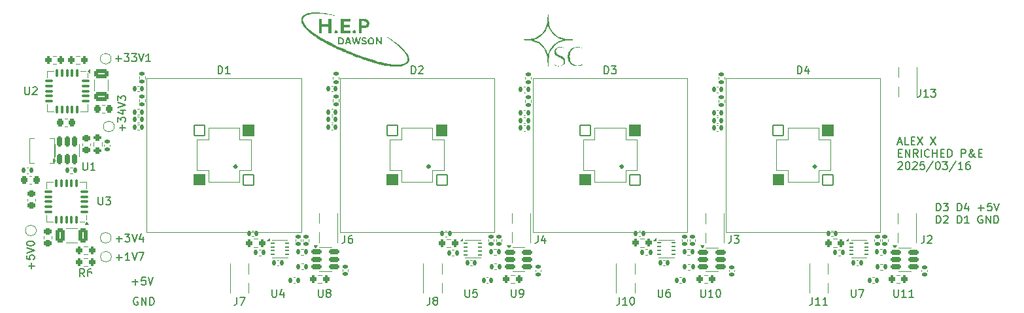
<source format=gto>
G04 #@! TF.GenerationSoftware,KiCad,Pcbnew,8.0.7-8.0.7-0~ubuntu22.04.1*
G04 #@! TF.CreationDate,2025-03-20T12:44:00-04:00*
G04 #@! TF.ProjectId,trigger,74726967-6765-4722-9e6b-696361645f70,rev?*
G04 #@! TF.SameCoordinates,Original*
G04 #@! TF.FileFunction,Legend,Top*
G04 #@! TF.FilePolarity,Positive*
%FSLAX46Y46*%
G04 Gerber Fmt 4.6, Leading zero omitted, Abs format (unit mm)*
G04 Created by KiCad (PCBNEW 8.0.7-8.0.7-0~ubuntu22.04.1) date 2025-03-20 12:44:00*
%MOMM*%
%LPD*%
G01*
G04 APERTURE LIST*
G04 Aperture macros list*
%AMRoundRect*
0 Rectangle with rounded corners*
0 $1 Rounding radius*
0 $2 $3 $4 $5 $6 $7 $8 $9 X,Y pos of 4 corners*
0 Add a 4 corners polygon primitive as box body*
4,1,4,$2,$3,$4,$5,$6,$7,$8,$9,$2,$3,0*
0 Add four circle primitives for the rounded corners*
1,1,$1+$1,$2,$3*
1,1,$1+$1,$4,$5*
1,1,$1+$1,$6,$7*
1,1,$1+$1,$8,$9*
0 Add four rect primitives between the rounded corners*
20,1,$1+$1,$2,$3,$4,$5,0*
20,1,$1+$1,$4,$5,$6,$7,0*
20,1,$1+$1,$6,$7,$8,$9,0*
20,1,$1+$1,$8,$9,$2,$3,0*%
G04 Aperture macros list end*
%ADD10C,0.100000*%
%ADD11C,0.150000*%
%ADD12C,0.120000*%
%ADD13C,0.300000*%
%ADD14C,0.000000*%
%ADD15C,5.600000*%
%ADD16RoundRect,0.062500X-0.187500X-0.062500X0.187500X-0.062500X0.187500X0.062500X-0.187500X0.062500X0*%
%ADD17R,0.900000X1.600000*%
%ADD18RoundRect,0.200000X0.200000X0.275000X-0.200000X0.275000X-0.200000X-0.275000X0.200000X-0.275000X0*%
%ADD19RoundRect,0.200000X-0.200000X-0.275000X0.200000X-0.275000X0.200000X0.275000X-0.200000X0.275000X0*%
%ADD20RoundRect,0.135000X-0.135000X-0.185000X0.135000X-0.185000X0.135000X0.185000X-0.135000X0.185000X0*%
%ADD21RoundRect,0.140000X-0.140000X-0.170000X0.140000X-0.170000X0.140000X0.170000X-0.140000X0.170000X0*%
%ADD22RoundRect,0.225000X-0.225000X-0.250000X0.225000X-0.250000X0.225000X0.250000X-0.225000X0.250000X0*%
%ADD23RoundRect,0.225000X0.250000X-0.225000X0.250000X0.225000X-0.250000X0.225000X-0.250000X-0.225000X0*%
%ADD24RoundRect,0.225000X-0.250000X0.225000X-0.250000X-0.225000X0.250000X-0.225000X0.250000X0.225000X0*%
%ADD25RoundRect,0.225000X0.225000X0.250000X-0.225000X0.250000X-0.225000X-0.250000X0.225000X-0.250000X0*%
%ADD26R,1.050000X1.000000*%
%ADD27R,2.200000X1.050000*%
%ADD28RoundRect,0.140000X0.140000X0.170000X-0.140000X0.170000X-0.140000X-0.170000X0.140000X-0.170000X0*%
%ADD29RoundRect,0.135000X-0.185000X0.135000X-0.185000X-0.135000X0.185000X-0.135000X0.185000X0.135000X0*%
%ADD30RoundRect,0.140000X-0.170000X0.140000X-0.170000X-0.140000X0.170000X-0.140000X0.170000X0.140000X0*%
%ADD31R,2.700000X0.800000*%
%ADD32RoundRect,0.135000X0.135000X0.185000X-0.135000X0.185000X-0.135000X-0.185000X0.135000X-0.185000X0*%
%ADD33RoundRect,0.150000X-0.512500X-0.150000X0.512500X-0.150000X0.512500X0.150000X-0.512500X0.150000X0*%
%ADD34RoundRect,0.098425X0.651575X0.651575X-0.651575X0.651575X-0.651575X-0.651575X0.651575X-0.651575X0*%
%ADD35RoundRect,0.140000X0.170000X-0.140000X0.170000X0.140000X-0.170000X0.140000X-0.170000X-0.140000X0*%
%ADD36C,1.000000*%
%ADD37RoundRect,0.250000X-0.650000X0.325000X-0.650000X-0.325000X0.650000X-0.325000X0.650000X0.325000X0*%
%ADD38RoundRect,0.087500X0.425000X0.087500X-0.425000X0.087500X-0.425000X-0.087500X0.425000X-0.087500X0*%
%ADD39RoundRect,0.087500X0.087500X0.425000X-0.087500X0.425000X-0.087500X-0.425000X0.087500X-0.425000X0*%
%ADD40R,3.150000X3.150000*%
%ADD41RoundRect,0.250000X0.325000X0.650000X-0.325000X0.650000X-0.325000X-0.650000X0.325000X-0.650000X0*%
%ADD42RoundRect,0.087500X-0.087500X0.425000X-0.087500X-0.425000X0.087500X-0.425000X0.087500X0.425000X0*%
%ADD43RoundRect,0.087500X-0.425000X0.087500X-0.425000X-0.087500X0.425000X-0.087500X0.425000X0.087500X0*%
%ADD44RoundRect,0.200000X0.275000X-0.200000X0.275000X0.200000X-0.275000X0.200000X-0.275000X-0.200000X0*%
%ADD45O,1.700000X1.700000*%
%ADD46R,1.700000X1.700000*%
%ADD47RoundRect,0.150000X0.150000X-0.512500X0.150000X0.512500X-0.150000X0.512500X-0.150000X-0.512500X0*%
G04 APERTURE END LIST*
D10*
X165000000Y-90000000D02*
X185000000Y-90000000D01*
X185000000Y-110000000D01*
X165000000Y-110000000D01*
X165000000Y-90000000D01*
X115000000Y-90000000D02*
X135000000Y-90000000D01*
X135000000Y-110000000D01*
X115000000Y-110000000D01*
X115000000Y-90000000D01*
X90000000Y-90000000D02*
X110000000Y-90000000D01*
X110000000Y-110000000D01*
X90000000Y-110000000D01*
X90000000Y-90000000D01*
X140000000Y-90000000D02*
X160000000Y-90000000D01*
X160000000Y-110000000D01*
X140000000Y-110000000D01*
X140000000Y-90000000D01*
D11*
X187289160Y-98364216D02*
X187765350Y-98364216D01*
X187193922Y-98649931D02*
X187527255Y-97649931D01*
X187527255Y-97649931D02*
X187860588Y-98649931D01*
X188670112Y-98649931D02*
X188193922Y-98649931D01*
X188193922Y-98649931D02*
X188193922Y-97649931D01*
X189003446Y-98126121D02*
X189336779Y-98126121D01*
X189479636Y-98649931D02*
X189003446Y-98649931D01*
X189003446Y-98649931D02*
X189003446Y-97649931D01*
X189003446Y-97649931D02*
X189479636Y-97649931D01*
X189812970Y-97649931D02*
X190479636Y-98649931D01*
X190479636Y-97649931D02*
X189812970Y-98649931D01*
X191527256Y-97649931D02*
X192193922Y-98649931D01*
X192193922Y-97649931D02*
X191527256Y-98649931D01*
X187336779Y-99736065D02*
X187670112Y-99736065D01*
X187812969Y-100259875D02*
X187336779Y-100259875D01*
X187336779Y-100259875D02*
X187336779Y-99259875D01*
X187336779Y-99259875D02*
X187812969Y-99259875D01*
X188241541Y-100259875D02*
X188241541Y-99259875D01*
X188241541Y-99259875D02*
X188812969Y-100259875D01*
X188812969Y-100259875D02*
X188812969Y-99259875D01*
X189860588Y-100259875D02*
X189527255Y-99783684D01*
X189289160Y-100259875D02*
X189289160Y-99259875D01*
X189289160Y-99259875D02*
X189670112Y-99259875D01*
X189670112Y-99259875D02*
X189765350Y-99307494D01*
X189765350Y-99307494D02*
X189812969Y-99355113D01*
X189812969Y-99355113D02*
X189860588Y-99450351D01*
X189860588Y-99450351D02*
X189860588Y-99593208D01*
X189860588Y-99593208D02*
X189812969Y-99688446D01*
X189812969Y-99688446D02*
X189765350Y-99736065D01*
X189765350Y-99736065D02*
X189670112Y-99783684D01*
X189670112Y-99783684D02*
X189289160Y-99783684D01*
X190289160Y-100259875D02*
X190289160Y-99259875D01*
X191336778Y-100164636D02*
X191289159Y-100212256D01*
X191289159Y-100212256D02*
X191146302Y-100259875D01*
X191146302Y-100259875D02*
X191051064Y-100259875D01*
X191051064Y-100259875D02*
X190908207Y-100212256D01*
X190908207Y-100212256D02*
X190812969Y-100117017D01*
X190812969Y-100117017D02*
X190765350Y-100021779D01*
X190765350Y-100021779D02*
X190717731Y-99831303D01*
X190717731Y-99831303D02*
X190717731Y-99688446D01*
X190717731Y-99688446D02*
X190765350Y-99497970D01*
X190765350Y-99497970D02*
X190812969Y-99402732D01*
X190812969Y-99402732D02*
X190908207Y-99307494D01*
X190908207Y-99307494D02*
X191051064Y-99259875D01*
X191051064Y-99259875D02*
X191146302Y-99259875D01*
X191146302Y-99259875D02*
X191289159Y-99307494D01*
X191289159Y-99307494D02*
X191336778Y-99355113D01*
X191765350Y-100259875D02*
X191765350Y-99259875D01*
X191765350Y-99736065D02*
X192336778Y-99736065D01*
X192336778Y-100259875D02*
X192336778Y-99259875D01*
X192812969Y-99736065D02*
X193146302Y-99736065D01*
X193289159Y-100259875D02*
X192812969Y-100259875D01*
X192812969Y-100259875D02*
X192812969Y-99259875D01*
X192812969Y-99259875D02*
X193289159Y-99259875D01*
X193717731Y-100259875D02*
X193717731Y-99259875D01*
X193717731Y-99259875D02*
X193955826Y-99259875D01*
X193955826Y-99259875D02*
X194098683Y-99307494D01*
X194098683Y-99307494D02*
X194193921Y-99402732D01*
X194193921Y-99402732D02*
X194241540Y-99497970D01*
X194241540Y-99497970D02*
X194289159Y-99688446D01*
X194289159Y-99688446D02*
X194289159Y-99831303D01*
X194289159Y-99831303D02*
X194241540Y-100021779D01*
X194241540Y-100021779D02*
X194193921Y-100117017D01*
X194193921Y-100117017D02*
X194098683Y-100212256D01*
X194098683Y-100212256D02*
X193955826Y-100259875D01*
X193955826Y-100259875D02*
X193717731Y-100259875D01*
X195479636Y-100259875D02*
X195479636Y-99259875D01*
X195479636Y-99259875D02*
X195860588Y-99259875D01*
X195860588Y-99259875D02*
X195955826Y-99307494D01*
X195955826Y-99307494D02*
X196003445Y-99355113D01*
X196003445Y-99355113D02*
X196051064Y-99450351D01*
X196051064Y-99450351D02*
X196051064Y-99593208D01*
X196051064Y-99593208D02*
X196003445Y-99688446D01*
X196003445Y-99688446D02*
X195955826Y-99736065D01*
X195955826Y-99736065D02*
X195860588Y-99783684D01*
X195860588Y-99783684D02*
X195479636Y-99783684D01*
X197289160Y-100259875D02*
X197241541Y-100259875D01*
X197241541Y-100259875D02*
X197146302Y-100212256D01*
X197146302Y-100212256D02*
X197003445Y-100069398D01*
X197003445Y-100069398D02*
X196765350Y-99783684D01*
X196765350Y-99783684D02*
X196670112Y-99640827D01*
X196670112Y-99640827D02*
X196622493Y-99497970D01*
X196622493Y-99497970D02*
X196622493Y-99402732D01*
X196622493Y-99402732D02*
X196670112Y-99307494D01*
X196670112Y-99307494D02*
X196765350Y-99259875D01*
X196765350Y-99259875D02*
X196812969Y-99259875D01*
X196812969Y-99259875D02*
X196908207Y-99307494D01*
X196908207Y-99307494D02*
X196955826Y-99402732D01*
X196955826Y-99402732D02*
X196955826Y-99450351D01*
X196955826Y-99450351D02*
X196908207Y-99545589D01*
X196908207Y-99545589D02*
X196860588Y-99593208D01*
X196860588Y-99593208D02*
X196574874Y-99783684D01*
X196574874Y-99783684D02*
X196527255Y-99831303D01*
X196527255Y-99831303D02*
X196479636Y-99926541D01*
X196479636Y-99926541D02*
X196479636Y-100069398D01*
X196479636Y-100069398D02*
X196527255Y-100164636D01*
X196527255Y-100164636D02*
X196574874Y-100212256D01*
X196574874Y-100212256D02*
X196670112Y-100259875D01*
X196670112Y-100259875D02*
X196812969Y-100259875D01*
X196812969Y-100259875D02*
X196908207Y-100212256D01*
X196908207Y-100212256D02*
X196955826Y-100164636D01*
X196955826Y-100164636D02*
X197098683Y-99974160D01*
X197098683Y-99974160D02*
X197146302Y-99831303D01*
X197146302Y-99831303D02*
X197146302Y-99736065D01*
X197717731Y-99736065D02*
X198051064Y-99736065D01*
X198193921Y-100259875D02*
X197717731Y-100259875D01*
X197717731Y-100259875D02*
X197717731Y-99259875D01*
X197717731Y-99259875D02*
X198193921Y-99259875D01*
X187289160Y-100965057D02*
X187336779Y-100917438D01*
X187336779Y-100917438D02*
X187432017Y-100869819D01*
X187432017Y-100869819D02*
X187670112Y-100869819D01*
X187670112Y-100869819D02*
X187765350Y-100917438D01*
X187765350Y-100917438D02*
X187812969Y-100965057D01*
X187812969Y-100965057D02*
X187860588Y-101060295D01*
X187860588Y-101060295D02*
X187860588Y-101155533D01*
X187860588Y-101155533D02*
X187812969Y-101298390D01*
X187812969Y-101298390D02*
X187241541Y-101869819D01*
X187241541Y-101869819D02*
X187860588Y-101869819D01*
X188479636Y-100869819D02*
X188574874Y-100869819D01*
X188574874Y-100869819D02*
X188670112Y-100917438D01*
X188670112Y-100917438D02*
X188717731Y-100965057D01*
X188717731Y-100965057D02*
X188765350Y-101060295D01*
X188765350Y-101060295D02*
X188812969Y-101250771D01*
X188812969Y-101250771D02*
X188812969Y-101488866D01*
X188812969Y-101488866D02*
X188765350Y-101679342D01*
X188765350Y-101679342D02*
X188717731Y-101774580D01*
X188717731Y-101774580D02*
X188670112Y-101822200D01*
X188670112Y-101822200D02*
X188574874Y-101869819D01*
X188574874Y-101869819D02*
X188479636Y-101869819D01*
X188479636Y-101869819D02*
X188384398Y-101822200D01*
X188384398Y-101822200D02*
X188336779Y-101774580D01*
X188336779Y-101774580D02*
X188289160Y-101679342D01*
X188289160Y-101679342D02*
X188241541Y-101488866D01*
X188241541Y-101488866D02*
X188241541Y-101250771D01*
X188241541Y-101250771D02*
X188289160Y-101060295D01*
X188289160Y-101060295D02*
X188336779Y-100965057D01*
X188336779Y-100965057D02*
X188384398Y-100917438D01*
X188384398Y-100917438D02*
X188479636Y-100869819D01*
X189193922Y-100965057D02*
X189241541Y-100917438D01*
X189241541Y-100917438D02*
X189336779Y-100869819D01*
X189336779Y-100869819D02*
X189574874Y-100869819D01*
X189574874Y-100869819D02*
X189670112Y-100917438D01*
X189670112Y-100917438D02*
X189717731Y-100965057D01*
X189717731Y-100965057D02*
X189765350Y-101060295D01*
X189765350Y-101060295D02*
X189765350Y-101155533D01*
X189765350Y-101155533D02*
X189717731Y-101298390D01*
X189717731Y-101298390D02*
X189146303Y-101869819D01*
X189146303Y-101869819D02*
X189765350Y-101869819D01*
X190670112Y-100869819D02*
X190193922Y-100869819D01*
X190193922Y-100869819D02*
X190146303Y-101346009D01*
X190146303Y-101346009D02*
X190193922Y-101298390D01*
X190193922Y-101298390D02*
X190289160Y-101250771D01*
X190289160Y-101250771D02*
X190527255Y-101250771D01*
X190527255Y-101250771D02*
X190622493Y-101298390D01*
X190622493Y-101298390D02*
X190670112Y-101346009D01*
X190670112Y-101346009D02*
X190717731Y-101441247D01*
X190717731Y-101441247D02*
X190717731Y-101679342D01*
X190717731Y-101679342D02*
X190670112Y-101774580D01*
X190670112Y-101774580D02*
X190622493Y-101822200D01*
X190622493Y-101822200D02*
X190527255Y-101869819D01*
X190527255Y-101869819D02*
X190289160Y-101869819D01*
X190289160Y-101869819D02*
X190193922Y-101822200D01*
X190193922Y-101822200D02*
X190146303Y-101774580D01*
X191860588Y-100822200D02*
X191003446Y-102107914D01*
X192384398Y-100869819D02*
X192479636Y-100869819D01*
X192479636Y-100869819D02*
X192574874Y-100917438D01*
X192574874Y-100917438D02*
X192622493Y-100965057D01*
X192622493Y-100965057D02*
X192670112Y-101060295D01*
X192670112Y-101060295D02*
X192717731Y-101250771D01*
X192717731Y-101250771D02*
X192717731Y-101488866D01*
X192717731Y-101488866D02*
X192670112Y-101679342D01*
X192670112Y-101679342D02*
X192622493Y-101774580D01*
X192622493Y-101774580D02*
X192574874Y-101822200D01*
X192574874Y-101822200D02*
X192479636Y-101869819D01*
X192479636Y-101869819D02*
X192384398Y-101869819D01*
X192384398Y-101869819D02*
X192289160Y-101822200D01*
X192289160Y-101822200D02*
X192241541Y-101774580D01*
X192241541Y-101774580D02*
X192193922Y-101679342D01*
X192193922Y-101679342D02*
X192146303Y-101488866D01*
X192146303Y-101488866D02*
X192146303Y-101250771D01*
X192146303Y-101250771D02*
X192193922Y-101060295D01*
X192193922Y-101060295D02*
X192241541Y-100965057D01*
X192241541Y-100965057D02*
X192289160Y-100917438D01*
X192289160Y-100917438D02*
X192384398Y-100869819D01*
X193051065Y-100869819D02*
X193670112Y-100869819D01*
X193670112Y-100869819D02*
X193336779Y-101250771D01*
X193336779Y-101250771D02*
X193479636Y-101250771D01*
X193479636Y-101250771D02*
X193574874Y-101298390D01*
X193574874Y-101298390D02*
X193622493Y-101346009D01*
X193622493Y-101346009D02*
X193670112Y-101441247D01*
X193670112Y-101441247D02*
X193670112Y-101679342D01*
X193670112Y-101679342D02*
X193622493Y-101774580D01*
X193622493Y-101774580D02*
X193574874Y-101822200D01*
X193574874Y-101822200D02*
X193479636Y-101869819D01*
X193479636Y-101869819D02*
X193193922Y-101869819D01*
X193193922Y-101869819D02*
X193098684Y-101822200D01*
X193098684Y-101822200D02*
X193051065Y-101774580D01*
X194812969Y-100822200D02*
X193955827Y-102107914D01*
X195670112Y-101869819D02*
X195098684Y-101869819D01*
X195384398Y-101869819D02*
X195384398Y-100869819D01*
X195384398Y-100869819D02*
X195289160Y-101012676D01*
X195289160Y-101012676D02*
X195193922Y-101107914D01*
X195193922Y-101107914D02*
X195098684Y-101155533D01*
X196527255Y-100869819D02*
X196336779Y-100869819D01*
X196336779Y-100869819D02*
X196241541Y-100917438D01*
X196241541Y-100917438D02*
X196193922Y-100965057D01*
X196193922Y-100965057D02*
X196098684Y-101107914D01*
X196098684Y-101107914D02*
X196051065Y-101298390D01*
X196051065Y-101298390D02*
X196051065Y-101679342D01*
X196051065Y-101679342D02*
X196098684Y-101774580D01*
X196098684Y-101774580D02*
X196146303Y-101822200D01*
X196146303Y-101822200D02*
X196241541Y-101869819D01*
X196241541Y-101869819D02*
X196432017Y-101869819D01*
X196432017Y-101869819D02*
X196527255Y-101822200D01*
X196527255Y-101822200D02*
X196574874Y-101774580D01*
X196574874Y-101774580D02*
X196622493Y-101679342D01*
X196622493Y-101679342D02*
X196622493Y-101441247D01*
X196622493Y-101441247D02*
X196574874Y-101346009D01*
X196574874Y-101346009D02*
X196527255Y-101298390D01*
X196527255Y-101298390D02*
X196432017Y-101250771D01*
X196432017Y-101250771D02*
X196241541Y-101250771D01*
X196241541Y-101250771D02*
X196146303Y-101298390D01*
X196146303Y-101298390D02*
X196098684Y-101346009D01*
X196098684Y-101346009D02*
X196051065Y-101441247D01*
X88860588Y-118517438D02*
X88765350Y-118469819D01*
X88765350Y-118469819D02*
X88622493Y-118469819D01*
X88622493Y-118469819D02*
X88479636Y-118517438D01*
X88479636Y-118517438D02*
X88384398Y-118612676D01*
X88384398Y-118612676D02*
X88336779Y-118707914D01*
X88336779Y-118707914D02*
X88289160Y-118898390D01*
X88289160Y-118898390D02*
X88289160Y-119041247D01*
X88289160Y-119041247D02*
X88336779Y-119231723D01*
X88336779Y-119231723D02*
X88384398Y-119326961D01*
X88384398Y-119326961D02*
X88479636Y-119422200D01*
X88479636Y-119422200D02*
X88622493Y-119469819D01*
X88622493Y-119469819D02*
X88717731Y-119469819D01*
X88717731Y-119469819D02*
X88860588Y-119422200D01*
X88860588Y-119422200D02*
X88908207Y-119374580D01*
X88908207Y-119374580D02*
X88908207Y-119041247D01*
X88908207Y-119041247D02*
X88717731Y-119041247D01*
X89336779Y-119469819D02*
X89336779Y-118469819D01*
X89336779Y-118469819D02*
X89908207Y-119469819D01*
X89908207Y-119469819D02*
X89908207Y-118469819D01*
X90384398Y-119469819D02*
X90384398Y-118469819D01*
X90384398Y-118469819D02*
X90622493Y-118469819D01*
X90622493Y-118469819D02*
X90765350Y-118517438D01*
X90765350Y-118517438D02*
X90860588Y-118612676D01*
X90860588Y-118612676D02*
X90908207Y-118707914D01*
X90908207Y-118707914D02*
X90955826Y-118898390D01*
X90955826Y-118898390D02*
X90955826Y-119041247D01*
X90955826Y-119041247D02*
X90908207Y-119231723D01*
X90908207Y-119231723D02*
X90860588Y-119326961D01*
X90860588Y-119326961D02*
X90765350Y-119422200D01*
X90765350Y-119422200D02*
X90622493Y-119469819D01*
X90622493Y-119469819D02*
X90384398Y-119469819D01*
X192236779Y-107259875D02*
X192236779Y-106259875D01*
X192236779Y-106259875D02*
X192474874Y-106259875D01*
X192474874Y-106259875D02*
X192617731Y-106307494D01*
X192617731Y-106307494D02*
X192712969Y-106402732D01*
X192712969Y-106402732D02*
X192760588Y-106497970D01*
X192760588Y-106497970D02*
X192808207Y-106688446D01*
X192808207Y-106688446D02*
X192808207Y-106831303D01*
X192808207Y-106831303D02*
X192760588Y-107021779D01*
X192760588Y-107021779D02*
X192712969Y-107117017D01*
X192712969Y-107117017D02*
X192617731Y-107212256D01*
X192617731Y-107212256D02*
X192474874Y-107259875D01*
X192474874Y-107259875D02*
X192236779Y-107259875D01*
X193141541Y-106259875D02*
X193760588Y-106259875D01*
X193760588Y-106259875D02*
X193427255Y-106640827D01*
X193427255Y-106640827D02*
X193570112Y-106640827D01*
X193570112Y-106640827D02*
X193665350Y-106688446D01*
X193665350Y-106688446D02*
X193712969Y-106736065D01*
X193712969Y-106736065D02*
X193760588Y-106831303D01*
X193760588Y-106831303D02*
X193760588Y-107069398D01*
X193760588Y-107069398D02*
X193712969Y-107164636D01*
X193712969Y-107164636D02*
X193665350Y-107212256D01*
X193665350Y-107212256D02*
X193570112Y-107259875D01*
X193570112Y-107259875D02*
X193284398Y-107259875D01*
X193284398Y-107259875D02*
X193189160Y-107212256D01*
X193189160Y-107212256D02*
X193141541Y-107164636D01*
X194951065Y-107259875D02*
X194951065Y-106259875D01*
X194951065Y-106259875D02*
X195189160Y-106259875D01*
X195189160Y-106259875D02*
X195332017Y-106307494D01*
X195332017Y-106307494D02*
X195427255Y-106402732D01*
X195427255Y-106402732D02*
X195474874Y-106497970D01*
X195474874Y-106497970D02*
X195522493Y-106688446D01*
X195522493Y-106688446D02*
X195522493Y-106831303D01*
X195522493Y-106831303D02*
X195474874Y-107021779D01*
X195474874Y-107021779D02*
X195427255Y-107117017D01*
X195427255Y-107117017D02*
X195332017Y-107212256D01*
X195332017Y-107212256D02*
X195189160Y-107259875D01*
X195189160Y-107259875D02*
X194951065Y-107259875D01*
X196379636Y-106593208D02*
X196379636Y-107259875D01*
X196141541Y-106212256D02*
X195903446Y-106926541D01*
X195903446Y-106926541D02*
X196522493Y-106926541D01*
X197665351Y-106878922D02*
X198427256Y-106878922D01*
X198046303Y-107259875D02*
X198046303Y-106497970D01*
X199379636Y-106259875D02*
X198903446Y-106259875D01*
X198903446Y-106259875D02*
X198855827Y-106736065D01*
X198855827Y-106736065D02*
X198903446Y-106688446D01*
X198903446Y-106688446D02*
X198998684Y-106640827D01*
X198998684Y-106640827D02*
X199236779Y-106640827D01*
X199236779Y-106640827D02*
X199332017Y-106688446D01*
X199332017Y-106688446D02*
X199379636Y-106736065D01*
X199379636Y-106736065D02*
X199427255Y-106831303D01*
X199427255Y-106831303D02*
X199427255Y-107069398D01*
X199427255Y-107069398D02*
X199379636Y-107164636D01*
X199379636Y-107164636D02*
X199332017Y-107212256D01*
X199332017Y-107212256D02*
X199236779Y-107259875D01*
X199236779Y-107259875D02*
X198998684Y-107259875D01*
X198998684Y-107259875D02*
X198903446Y-107212256D01*
X198903446Y-107212256D02*
X198855827Y-107164636D01*
X199712970Y-106259875D02*
X200046303Y-107259875D01*
X200046303Y-107259875D02*
X200379636Y-106259875D01*
X192236779Y-108869819D02*
X192236779Y-107869819D01*
X192236779Y-107869819D02*
X192474874Y-107869819D01*
X192474874Y-107869819D02*
X192617731Y-107917438D01*
X192617731Y-107917438D02*
X192712969Y-108012676D01*
X192712969Y-108012676D02*
X192760588Y-108107914D01*
X192760588Y-108107914D02*
X192808207Y-108298390D01*
X192808207Y-108298390D02*
X192808207Y-108441247D01*
X192808207Y-108441247D02*
X192760588Y-108631723D01*
X192760588Y-108631723D02*
X192712969Y-108726961D01*
X192712969Y-108726961D02*
X192617731Y-108822200D01*
X192617731Y-108822200D02*
X192474874Y-108869819D01*
X192474874Y-108869819D02*
X192236779Y-108869819D01*
X193189160Y-107965057D02*
X193236779Y-107917438D01*
X193236779Y-107917438D02*
X193332017Y-107869819D01*
X193332017Y-107869819D02*
X193570112Y-107869819D01*
X193570112Y-107869819D02*
X193665350Y-107917438D01*
X193665350Y-107917438D02*
X193712969Y-107965057D01*
X193712969Y-107965057D02*
X193760588Y-108060295D01*
X193760588Y-108060295D02*
X193760588Y-108155533D01*
X193760588Y-108155533D02*
X193712969Y-108298390D01*
X193712969Y-108298390D02*
X193141541Y-108869819D01*
X193141541Y-108869819D02*
X193760588Y-108869819D01*
X194951065Y-108869819D02*
X194951065Y-107869819D01*
X194951065Y-107869819D02*
X195189160Y-107869819D01*
X195189160Y-107869819D02*
X195332017Y-107917438D01*
X195332017Y-107917438D02*
X195427255Y-108012676D01*
X195427255Y-108012676D02*
X195474874Y-108107914D01*
X195474874Y-108107914D02*
X195522493Y-108298390D01*
X195522493Y-108298390D02*
X195522493Y-108441247D01*
X195522493Y-108441247D02*
X195474874Y-108631723D01*
X195474874Y-108631723D02*
X195427255Y-108726961D01*
X195427255Y-108726961D02*
X195332017Y-108822200D01*
X195332017Y-108822200D02*
X195189160Y-108869819D01*
X195189160Y-108869819D02*
X194951065Y-108869819D01*
X196474874Y-108869819D02*
X195903446Y-108869819D01*
X196189160Y-108869819D02*
X196189160Y-107869819D01*
X196189160Y-107869819D02*
X196093922Y-108012676D01*
X196093922Y-108012676D02*
X195998684Y-108107914D01*
X195998684Y-108107914D02*
X195903446Y-108155533D01*
X198189160Y-107917438D02*
X198093922Y-107869819D01*
X198093922Y-107869819D02*
X197951065Y-107869819D01*
X197951065Y-107869819D02*
X197808208Y-107917438D01*
X197808208Y-107917438D02*
X197712970Y-108012676D01*
X197712970Y-108012676D02*
X197665351Y-108107914D01*
X197665351Y-108107914D02*
X197617732Y-108298390D01*
X197617732Y-108298390D02*
X197617732Y-108441247D01*
X197617732Y-108441247D02*
X197665351Y-108631723D01*
X197665351Y-108631723D02*
X197712970Y-108726961D01*
X197712970Y-108726961D02*
X197808208Y-108822200D01*
X197808208Y-108822200D02*
X197951065Y-108869819D01*
X197951065Y-108869819D02*
X198046303Y-108869819D01*
X198046303Y-108869819D02*
X198189160Y-108822200D01*
X198189160Y-108822200D02*
X198236779Y-108774580D01*
X198236779Y-108774580D02*
X198236779Y-108441247D01*
X198236779Y-108441247D02*
X198046303Y-108441247D01*
X198665351Y-108869819D02*
X198665351Y-107869819D01*
X198665351Y-107869819D02*
X199236779Y-108869819D01*
X199236779Y-108869819D02*
X199236779Y-107869819D01*
X199712970Y-108869819D02*
X199712970Y-107869819D01*
X199712970Y-107869819D02*
X199951065Y-107869819D01*
X199951065Y-107869819D02*
X200093922Y-107917438D01*
X200093922Y-107917438D02*
X200189160Y-108012676D01*
X200189160Y-108012676D02*
X200236779Y-108107914D01*
X200236779Y-108107914D02*
X200284398Y-108298390D01*
X200284398Y-108298390D02*
X200284398Y-108441247D01*
X200284398Y-108441247D02*
X200236779Y-108631723D01*
X200236779Y-108631723D02*
X200189160Y-108726961D01*
X200189160Y-108726961D02*
X200093922Y-108822200D01*
X200093922Y-108822200D02*
X199951065Y-108869819D01*
X199951065Y-108869819D02*
X199712970Y-108869819D01*
X88136779Y-116488866D02*
X88898684Y-116488866D01*
X88517731Y-116869819D02*
X88517731Y-116107914D01*
X89851064Y-115869819D02*
X89374874Y-115869819D01*
X89374874Y-115869819D02*
X89327255Y-116346009D01*
X89327255Y-116346009D02*
X89374874Y-116298390D01*
X89374874Y-116298390D02*
X89470112Y-116250771D01*
X89470112Y-116250771D02*
X89708207Y-116250771D01*
X89708207Y-116250771D02*
X89803445Y-116298390D01*
X89803445Y-116298390D02*
X89851064Y-116346009D01*
X89851064Y-116346009D02*
X89898683Y-116441247D01*
X89898683Y-116441247D02*
X89898683Y-116679342D01*
X89898683Y-116679342D02*
X89851064Y-116774580D01*
X89851064Y-116774580D02*
X89803445Y-116822200D01*
X89803445Y-116822200D02*
X89708207Y-116869819D01*
X89708207Y-116869819D02*
X89470112Y-116869819D01*
X89470112Y-116869819D02*
X89374874Y-116822200D01*
X89374874Y-116822200D02*
X89327255Y-116774580D01*
X90184398Y-115869819D02*
X90517731Y-116869819D01*
X90517731Y-116869819D02*
X90851064Y-115869819D01*
X181238095Y-117454819D02*
X181238095Y-118264342D01*
X181238095Y-118264342D02*
X181285714Y-118359580D01*
X181285714Y-118359580D02*
X181333333Y-118407200D01*
X181333333Y-118407200D02*
X181428571Y-118454819D01*
X181428571Y-118454819D02*
X181619047Y-118454819D01*
X181619047Y-118454819D02*
X181714285Y-118407200D01*
X181714285Y-118407200D02*
X181761904Y-118359580D01*
X181761904Y-118359580D02*
X181809523Y-118264342D01*
X181809523Y-118264342D02*
X181809523Y-117454819D01*
X182190476Y-117454819D02*
X182857142Y-117454819D01*
X182857142Y-117454819D02*
X182428571Y-118454819D01*
X156238095Y-117454819D02*
X156238095Y-118264342D01*
X156238095Y-118264342D02*
X156285714Y-118359580D01*
X156285714Y-118359580D02*
X156333333Y-118407200D01*
X156333333Y-118407200D02*
X156428571Y-118454819D01*
X156428571Y-118454819D02*
X156619047Y-118454819D01*
X156619047Y-118454819D02*
X156714285Y-118407200D01*
X156714285Y-118407200D02*
X156761904Y-118359580D01*
X156761904Y-118359580D02*
X156809523Y-118264342D01*
X156809523Y-118264342D02*
X156809523Y-117454819D01*
X157714285Y-117454819D02*
X157523809Y-117454819D01*
X157523809Y-117454819D02*
X157428571Y-117502438D01*
X157428571Y-117502438D02*
X157380952Y-117550057D01*
X157380952Y-117550057D02*
X157285714Y-117692914D01*
X157285714Y-117692914D02*
X157238095Y-117883390D01*
X157238095Y-117883390D02*
X157238095Y-118264342D01*
X157238095Y-118264342D02*
X157285714Y-118359580D01*
X157285714Y-118359580D02*
X157333333Y-118407200D01*
X157333333Y-118407200D02*
X157428571Y-118454819D01*
X157428571Y-118454819D02*
X157619047Y-118454819D01*
X157619047Y-118454819D02*
X157714285Y-118407200D01*
X157714285Y-118407200D02*
X157761904Y-118359580D01*
X157761904Y-118359580D02*
X157809523Y-118264342D01*
X157809523Y-118264342D02*
X157809523Y-118026247D01*
X157809523Y-118026247D02*
X157761904Y-117931009D01*
X157761904Y-117931009D02*
X157714285Y-117883390D01*
X157714285Y-117883390D02*
X157619047Y-117835771D01*
X157619047Y-117835771D02*
X157428571Y-117835771D01*
X157428571Y-117835771D02*
X157333333Y-117883390D01*
X157333333Y-117883390D02*
X157285714Y-117931009D01*
X157285714Y-117931009D02*
X157238095Y-118026247D01*
X131238095Y-117454819D02*
X131238095Y-118264342D01*
X131238095Y-118264342D02*
X131285714Y-118359580D01*
X131285714Y-118359580D02*
X131333333Y-118407200D01*
X131333333Y-118407200D02*
X131428571Y-118454819D01*
X131428571Y-118454819D02*
X131619047Y-118454819D01*
X131619047Y-118454819D02*
X131714285Y-118407200D01*
X131714285Y-118407200D02*
X131761904Y-118359580D01*
X131761904Y-118359580D02*
X131809523Y-118264342D01*
X131809523Y-118264342D02*
X131809523Y-117454819D01*
X132761904Y-117454819D02*
X132285714Y-117454819D01*
X132285714Y-117454819D02*
X132238095Y-117931009D01*
X132238095Y-117931009D02*
X132285714Y-117883390D01*
X132285714Y-117883390D02*
X132380952Y-117835771D01*
X132380952Y-117835771D02*
X132619047Y-117835771D01*
X132619047Y-117835771D02*
X132714285Y-117883390D01*
X132714285Y-117883390D02*
X132761904Y-117931009D01*
X132761904Y-117931009D02*
X132809523Y-118026247D01*
X132809523Y-118026247D02*
X132809523Y-118264342D01*
X132809523Y-118264342D02*
X132761904Y-118359580D01*
X132761904Y-118359580D02*
X132714285Y-118407200D01*
X132714285Y-118407200D02*
X132619047Y-118454819D01*
X132619047Y-118454819D02*
X132380952Y-118454819D01*
X132380952Y-118454819D02*
X132285714Y-118407200D01*
X132285714Y-118407200D02*
X132238095Y-118359580D01*
X106238095Y-117454819D02*
X106238095Y-118264342D01*
X106238095Y-118264342D02*
X106285714Y-118359580D01*
X106285714Y-118359580D02*
X106333333Y-118407200D01*
X106333333Y-118407200D02*
X106428571Y-118454819D01*
X106428571Y-118454819D02*
X106619047Y-118454819D01*
X106619047Y-118454819D02*
X106714285Y-118407200D01*
X106714285Y-118407200D02*
X106761904Y-118359580D01*
X106761904Y-118359580D02*
X106809523Y-118264342D01*
X106809523Y-118264342D02*
X106809523Y-117454819D01*
X107714285Y-117788152D02*
X107714285Y-118454819D01*
X107476190Y-117407200D02*
X107238095Y-118121485D01*
X107238095Y-118121485D02*
X107857142Y-118121485D01*
X81933333Y-115784819D02*
X81600000Y-115308628D01*
X81361905Y-115784819D02*
X81361905Y-114784819D01*
X81361905Y-114784819D02*
X81742857Y-114784819D01*
X81742857Y-114784819D02*
X81838095Y-114832438D01*
X81838095Y-114832438D02*
X81885714Y-114880057D01*
X81885714Y-114880057D02*
X81933333Y-114975295D01*
X81933333Y-114975295D02*
X81933333Y-115118152D01*
X81933333Y-115118152D02*
X81885714Y-115213390D01*
X81885714Y-115213390D02*
X81838095Y-115261009D01*
X81838095Y-115261009D02*
X81742857Y-115308628D01*
X81742857Y-115308628D02*
X81361905Y-115308628D01*
X82790476Y-114784819D02*
X82600000Y-114784819D01*
X82600000Y-114784819D02*
X82504762Y-114832438D01*
X82504762Y-114832438D02*
X82457143Y-114880057D01*
X82457143Y-114880057D02*
X82361905Y-115022914D01*
X82361905Y-115022914D02*
X82314286Y-115213390D01*
X82314286Y-115213390D02*
X82314286Y-115594342D01*
X82314286Y-115594342D02*
X82361905Y-115689580D01*
X82361905Y-115689580D02*
X82409524Y-115737200D01*
X82409524Y-115737200D02*
X82504762Y-115784819D01*
X82504762Y-115784819D02*
X82695238Y-115784819D01*
X82695238Y-115784819D02*
X82790476Y-115737200D01*
X82790476Y-115737200D02*
X82838095Y-115689580D01*
X82838095Y-115689580D02*
X82885714Y-115594342D01*
X82885714Y-115594342D02*
X82885714Y-115356247D01*
X82885714Y-115356247D02*
X82838095Y-115261009D01*
X82838095Y-115261009D02*
X82790476Y-115213390D01*
X82790476Y-115213390D02*
X82695238Y-115165771D01*
X82695238Y-115165771D02*
X82504762Y-115165771D01*
X82504762Y-115165771D02*
X82409524Y-115213390D01*
X82409524Y-115213390D02*
X82361905Y-115261009D01*
X82361905Y-115261009D02*
X82314286Y-115356247D01*
X176190476Y-118454819D02*
X176190476Y-119169104D01*
X176190476Y-119169104D02*
X176142857Y-119311961D01*
X176142857Y-119311961D02*
X176047619Y-119407200D01*
X176047619Y-119407200D02*
X175904762Y-119454819D01*
X175904762Y-119454819D02*
X175809524Y-119454819D01*
X177190476Y-119454819D02*
X176619048Y-119454819D01*
X176904762Y-119454819D02*
X176904762Y-118454819D01*
X176904762Y-118454819D02*
X176809524Y-118597676D01*
X176809524Y-118597676D02*
X176714286Y-118692914D01*
X176714286Y-118692914D02*
X176619048Y-118740533D01*
X178142857Y-119454819D02*
X177571429Y-119454819D01*
X177857143Y-119454819D02*
X177857143Y-118454819D01*
X177857143Y-118454819D02*
X177761905Y-118597676D01*
X177761905Y-118597676D02*
X177666667Y-118692914D01*
X177666667Y-118692914D02*
X177571429Y-118740533D01*
X151190476Y-118454819D02*
X151190476Y-119169104D01*
X151190476Y-119169104D02*
X151142857Y-119311961D01*
X151142857Y-119311961D02*
X151047619Y-119407200D01*
X151047619Y-119407200D02*
X150904762Y-119454819D01*
X150904762Y-119454819D02*
X150809524Y-119454819D01*
X152190476Y-119454819D02*
X151619048Y-119454819D01*
X151904762Y-119454819D02*
X151904762Y-118454819D01*
X151904762Y-118454819D02*
X151809524Y-118597676D01*
X151809524Y-118597676D02*
X151714286Y-118692914D01*
X151714286Y-118692914D02*
X151619048Y-118740533D01*
X152809524Y-118454819D02*
X152904762Y-118454819D01*
X152904762Y-118454819D02*
X153000000Y-118502438D01*
X153000000Y-118502438D02*
X153047619Y-118550057D01*
X153047619Y-118550057D02*
X153095238Y-118645295D01*
X153095238Y-118645295D02*
X153142857Y-118835771D01*
X153142857Y-118835771D02*
X153142857Y-119073866D01*
X153142857Y-119073866D02*
X153095238Y-119264342D01*
X153095238Y-119264342D02*
X153047619Y-119359580D01*
X153047619Y-119359580D02*
X153000000Y-119407200D01*
X153000000Y-119407200D02*
X152904762Y-119454819D01*
X152904762Y-119454819D02*
X152809524Y-119454819D01*
X152809524Y-119454819D02*
X152714286Y-119407200D01*
X152714286Y-119407200D02*
X152666667Y-119359580D01*
X152666667Y-119359580D02*
X152619048Y-119264342D01*
X152619048Y-119264342D02*
X152571429Y-119073866D01*
X152571429Y-119073866D02*
X152571429Y-118835771D01*
X152571429Y-118835771D02*
X152619048Y-118645295D01*
X152619048Y-118645295D02*
X152666667Y-118550057D01*
X152666667Y-118550057D02*
X152714286Y-118502438D01*
X152714286Y-118502438D02*
X152809524Y-118454819D01*
X126666666Y-118454819D02*
X126666666Y-119169104D01*
X126666666Y-119169104D02*
X126619047Y-119311961D01*
X126619047Y-119311961D02*
X126523809Y-119407200D01*
X126523809Y-119407200D02*
X126380952Y-119454819D01*
X126380952Y-119454819D02*
X126285714Y-119454819D01*
X127285714Y-118883390D02*
X127190476Y-118835771D01*
X127190476Y-118835771D02*
X127142857Y-118788152D01*
X127142857Y-118788152D02*
X127095238Y-118692914D01*
X127095238Y-118692914D02*
X127095238Y-118645295D01*
X127095238Y-118645295D02*
X127142857Y-118550057D01*
X127142857Y-118550057D02*
X127190476Y-118502438D01*
X127190476Y-118502438D02*
X127285714Y-118454819D01*
X127285714Y-118454819D02*
X127476190Y-118454819D01*
X127476190Y-118454819D02*
X127571428Y-118502438D01*
X127571428Y-118502438D02*
X127619047Y-118550057D01*
X127619047Y-118550057D02*
X127666666Y-118645295D01*
X127666666Y-118645295D02*
X127666666Y-118692914D01*
X127666666Y-118692914D02*
X127619047Y-118788152D01*
X127619047Y-118788152D02*
X127571428Y-118835771D01*
X127571428Y-118835771D02*
X127476190Y-118883390D01*
X127476190Y-118883390D02*
X127285714Y-118883390D01*
X127285714Y-118883390D02*
X127190476Y-118931009D01*
X127190476Y-118931009D02*
X127142857Y-118978628D01*
X127142857Y-118978628D02*
X127095238Y-119073866D01*
X127095238Y-119073866D02*
X127095238Y-119264342D01*
X127095238Y-119264342D02*
X127142857Y-119359580D01*
X127142857Y-119359580D02*
X127190476Y-119407200D01*
X127190476Y-119407200D02*
X127285714Y-119454819D01*
X127285714Y-119454819D02*
X127476190Y-119454819D01*
X127476190Y-119454819D02*
X127571428Y-119407200D01*
X127571428Y-119407200D02*
X127619047Y-119359580D01*
X127619047Y-119359580D02*
X127666666Y-119264342D01*
X127666666Y-119264342D02*
X127666666Y-119073866D01*
X127666666Y-119073866D02*
X127619047Y-118978628D01*
X127619047Y-118978628D02*
X127571428Y-118931009D01*
X127571428Y-118931009D02*
X127476190Y-118883390D01*
X101666666Y-118454819D02*
X101666666Y-119169104D01*
X101666666Y-119169104D02*
X101619047Y-119311961D01*
X101619047Y-119311961D02*
X101523809Y-119407200D01*
X101523809Y-119407200D02*
X101380952Y-119454819D01*
X101380952Y-119454819D02*
X101285714Y-119454819D01*
X102047619Y-118454819D02*
X102714285Y-118454819D01*
X102714285Y-118454819D02*
X102285714Y-119454819D01*
X161761905Y-117454819D02*
X161761905Y-118264342D01*
X161761905Y-118264342D02*
X161809524Y-118359580D01*
X161809524Y-118359580D02*
X161857143Y-118407200D01*
X161857143Y-118407200D02*
X161952381Y-118454819D01*
X161952381Y-118454819D02*
X162142857Y-118454819D01*
X162142857Y-118454819D02*
X162238095Y-118407200D01*
X162238095Y-118407200D02*
X162285714Y-118359580D01*
X162285714Y-118359580D02*
X162333333Y-118264342D01*
X162333333Y-118264342D02*
X162333333Y-117454819D01*
X163333333Y-118454819D02*
X162761905Y-118454819D01*
X163047619Y-118454819D02*
X163047619Y-117454819D01*
X163047619Y-117454819D02*
X162952381Y-117597676D01*
X162952381Y-117597676D02*
X162857143Y-117692914D01*
X162857143Y-117692914D02*
X162761905Y-117740533D01*
X163952381Y-117454819D02*
X164047619Y-117454819D01*
X164047619Y-117454819D02*
X164142857Y-117502438D01*
X164142857Y-117502438D02*
X164190476Y-117550057D01*
X164190476Y-117550057D02*
X164238095Y-117645295D01*
X164238095Y-117645295D02*
X164285714Y-117835771D01*
X164285714Y-117835771D02*
X164285714Y-118073866D01*
X164285714Y-118073866D02*
X164238095Y-118264342D01*
X164238095Y-118264342D02*
X164190476Y-118359580D01*
X164190476Y-118359580D02*
X164142857Y-118407200D01*
X164142857Y-118407200D02*
X164047619Y-118454819D01*
X164047619Y-118454819D02*
X163952381Y-118454819D01*
X163952381Y-118454819D02*
X163857143Y-118407200D01*
X163857143Y-118407200D02*
X163809524Y-118359580D01*
X163809524Y-118359580D02*
X163761905Y-118264342D01*
X163761905Y-118264342D02*
X163714286Y-118073866D01*
X163714286Y-118073866D02*
X163714286Y-117835771D01*
X163714286Y-117835771D02*
X163761905Y-117645295D01*
X163761905Y-117645295D02*
X163809524Y-117550057D01*
X163809524Y-117550057D02*
X163857143Y-117502438D01*
X163857143Y-117502438D02*
X163952381Y-117454819D01*
X149261905Y-89454819D02*
X149261905Y-88454819D01*
X149261905Y-88454819D02*
X149500000Y-88454819D01*
X149500000Y-88454819D02*
X149642857Y-88502438D01*
X149642857Y-88502438D02*
X149738095Y-88597676D01*
X149738095Y-88597676D02*
X149785714Y-88692914D01*
X149785714Y-88692914D02*
X149833333Y-88883390D01*
X149833333Y-88883390D02*
X149833333Y-89026247D01*
X149833333Y-89026247D02*
X149785714Y-89216723D01*
X149785714Y-89216723D02*
X149738095Y-89311961D01*
X149738095Y-89311961D02*
X149642857Y-89407200D01*
X149642857Y-89407200D02*
X149500000Y-89454819D01*
X149500000Y-89454819D02*
X149261905Y-89454819D01*
X150166667Y-88454819D02*
X150785714Y-88454819D01*
X150785714Y-88454819D02*
X150452381Y-88835771D01*
X150452381Y-88835771D02*
X150595238Y-88835771D01*
X150595238Y-88835771D02*
X150690476Y-88883390D01*
X150690476Y-88883390D02*
X150738095Y-88931009D01*
X150738095Y-88931009D02*
X150785714Y-89026247D01*
X150785714Y-89026247D02*
X150785714Y-89264342D01*
X150785714Y-89264342D02*
X150738095Y-89359580D01*
X150738095Y-89359580D02*
X150690476Y-89407200D01*
X150690476Y-89407200D02*
X150595238Y-89454819D01*
X150595238Y-89454819D02*
X150309524Y-89454819D01*
X150309524Y-89454819D02*
X150214286Y-89407200D01*
X150214286Y-89407200D02*
X150166667Y-89359580D01*
X75073866Y-114761904D02*
X75073866Y-114000000D01*
X75454819Y-114380952D02*
X74692914Y-114380952D01*
X74454819Y-113047619D02*
X74454819Y-113523809D01*
X74454819Y-113523809D02*
X74931009Y-113571428D01*
X74931009Y-113571428D02*
X74883390Y-113523809D01*
X74883390Y-113523809D02*
X74835771Y-113428571D01*
X74835771Y-113428571D02*
X74835771Y-113190476D01*
X74835771Y-113190476D02*
X74883390Y-113095238D01*
X74883390Y-113095238D02*
X74931009Y-113047619D01*
X74931009Y-113047619D02*
X75026247Y-113000000D01*
X75026247Y-113000000D02*
X75264342Y-113000000D01*
X75264342Y-113000000D02*
X75359580Y-113047619D01*
X75359580Y-113047619D02*
X75407200Y-113095238D01*
X75407200Y-113095238D02*
X75454819Y-113190476D01*
X75454819Y-113190476D02*
X75454819Y-113428571D01*
X75454819Y-113428571D02*
X75407200Y-113523809D01*
X75407200Y-113523809D02*
X75359580Y-113571428D01*
X74454819Y-112714285D02*
X75454819Y-112380952D01*
X75454819Y-112380952D02*
X74454819Y-112047619D01*
X74454819Y-111523809D02*
X74454819Y-111428571D01*
X74454819Y-111428571D02*
X74502438Y-111333333D01*
X74502438Y-111333333D02*
X74550057Y-111285714D01*
X74550057Y-111285714D02*
X74645295Y-111238095D01*
X74645295Y-111238095D02*
X74835771Y-111190476D01*
X74835771Y-111190476D02*
X75073866Y-111190476D01*
X75073866Y-111190476D02*
X75264342Y-111238095D01*
X75264342Y-111238095D02*
X75359580Y-111285714D01*
X75359580Y-111285714D02*
X75407200Y-111333333D01*
X75407200Y-111333333D02*
X75454819Y-111428571D01*
X75454819Y-111428571D02*
X75454819Y-111523809D01*
X75454819Y-111523809D02*
X75407200Y-111619047D01*
X75407200Y-111619047D02*
X75359580Y-111666666D01*
X75359580Y-111666666D02*
X75264342Y-111714285D01*
X75264342Y-111714285D02*
X75073866Y-111761904D01*
X75073866Y-111761904D02*
X74835771Y-111761904D01*
X74835771Y-111761904D02*
X74645295Y-111714285D01*
X74645295Y-111714285D02*
X74550057Y-111666666D01*
X74550057Y-111666666D02*
X74502438Y-111619047D01*
X74502438Y-111619047D02*
X74454819Y-111523809D01*
X85961905Y-87473866D02*
X86723810Y-87473866D01*
X86342857Y-87854819D02*
X86342857Y-87092914D01*
X87104762Y-86854819D02*
X87723809Y-86854819D01*
X87723809Y-86854819D02*
X87390476Y-87235771D01*
X87390476Y-87235771D02*
X87533333Y-87235771D01*
X87533333Y-87235771D02*
X87628571Y-87283390D01*
X87628571Y-87283390D02*
X87676190Y-87331009D01*
X87676190Y-87331009D02*
X87723809Y-87426247D01*
X87723809Y-87426247D02*
X87723809Y-87664342D01*
X87723809Y-87664342D02*
X87676190Y-87759580D01*
X87676190Y-87759580D02*
X87628571Y-87807200D01*
X87628571Y-87807200D02*
X87533333Y-87854819D01*
X87533333Y-87854819D02*
X87247619Y-87854819D01*
X87247619Y-87854819D02*
X87152381Y-87807200D01*
X87152381Y-87807200D02*
X87104762Y-87759580D01*
X88057143Y-86854819D02*
X88676190Y-86854819D01*
X88676190Y-86854819D02*
X88342857Y-87235771D01*
X88342857Y-87235771D02*
X88485714Y-87235771D01*
X88485714Y-87235771D02*
X88580952Y-87283390D01*
X88580952Y-87283390D02*
X88628571Y-87331009D01*
X88628571Y-87331009D02*
X88676190Y-87426247D01*
X88676190Y-87426247D02*
X88676190Y-87664342D01*
X88676190Y-87664342D02*
X88628571Y-87759580D01*
X88628571Y-87759580D02*
X88580952Y-87807200D01*
X88580952Y-87807200D02*
X88485714Y-87854819D01*
X88485714Y-87854819D02*
X88200000Y-87854819D01*
X88200000Y-87854819D02*
X88104762Y-87807200D01*
X88104762Y-87807200D02*
X88057143Y-87759580D01*
X88961905Y-86854819D02*
X89295238Y-87854819D01*
X89295238Y-87854819D02*
X89628571Y-86854819D01*
X90485714Y-87854819D02*
X89914286Y-87854819D01*
X90200000Y-87854819D02*
X90200000Y-86854819D01*
X90200000Y-86854819D02*
X90104762Y-86997676D01*
X90104762Y-86997676D02*
X90009524Y-87092914D01*
X90009524Y-87092914D02*
X89914286Y-87140533D01*
X83738095Y-105454819D02*
X83738095Y-106264342D01*
X83738095Y-106264342D02*
X83785714Y-106359580D01*
X83785714Y-106359580D02*
X83833333Y-106407200D01*
X83833333Y-106407200D02*
X83928571Y-106454819D01*
X83928571Y-106454819D02*
X84119047Y-106454819D01*
X84119047Y-106454819D02*
X84214285Y-106407200D01*
X84214285Y-106407200D02*
X84261904Y-106359580D01*
X84261904Y-106359580D02*
X84309523Y-106264342D01*
X84309523Y-106264342D02*
X84309523Y-105454819D01*
X84690476Y-105454819D02*
X85309523Y-105454819D01*
X85309523Y-105454819D02*
X84976190Y-105835771D01*
X84976190Y-105835771D02*
X85119047Y-105835771D01*
X85119047Y-105835771D02*
X85214285Y-105883390D01*
X85214285Y-105883390D02*
X85261904Y-105931009D01*
X85261904Y-105931009D02*
X85309523Y-106026247D01*
X85309523Y-106026247D02*
X85309523Y-106264342D01*
X85309523Y-106264342D02*
X85261904Y-106359580D01*
X85261904Y-106359580D02*
X85214285Y-106407200D01*
X85214285Y-106407200D02*
X85119047Y-106454819D01*
X85119047Y-106454819D02*
X84833333Y-106454819D01*
X84833333Y-106454819D02*
X84738095Y-106407200D01*
X84738095Y-106407200D02*
X84690476Y-106359580D01*
X86038095Y-110873866D02*
X86800000Y-110873866D01*
X86419047Y-111254819D02*
X86419047Y-110492914D01*
X87180952Y-110254819D02*
X87799999Y-110254819D01*
X87799999Y-110254819D02*
X87466666Y-110635771D01*
X87466666Y-110635771D02*
X87609523Y-110635771D01*
X87609523Y-110635771D02*
X87704761Y-110683390D01*
X87704761Y-110683390D02*
X87752380Y-110731009D01*
X87752380Y-110731009D02*
X87799999Y-110826247D01*
X87799999Y-110826247D02*
X87799999Y-111064342D01*
X87799999Y-111064342D02*
X87752380Y-111159580D01*
X87752380Y-111159580D02*
X87704761Y-111207200D01*
X87704761Y-111207200D02*
X87609523Y-111254819D01*
X87609523Y-111254819D02*
X87323809Y-111254819D01*
X87323809Y-111254819D02*
X87228571Y-111207200D01*
X87228571Y-111207200D02*
X87180952Y-111159580D01*
X88085714Y-110254819D02*
X88419047Y-111254819D01*
X88419047Y-111254819D02*
X88752380Y-110254819D01*
X89514285Y-110588152D02*
X89514285Y-111254819D01*
X89276190Y-110207200D02*
X89038095Y-110921485D01*
X89038095Y-110921485D02*
X89657142Y-110921485D01*
X115666666Y-110454819D02*
X115666666Y-111169104D01*
X115666666Y-111169104D02*
X115619047Y-111311961D01*
X115619047Y-111311961D02*
X115523809Y-111407200D01*
X115523809Y-111407200D02*
X115380952Y-111454819D01*
X115380952Y-111454819D02*
X115285714Y-111454819D01*
X116571428Y-110454819D02*
X116380952Y-110454819D01*
X116380952Y-110454819D02*
X116285714Y-110502438D01*
X116285714Y-110502438D02*
X116238095Y-110550057D01*
X116238095Y-110550057D02*
X116142857Y-110692914D01*
X116142857Y-110692914D02*
X116095238Y-110883390D01*
X116095238Y-110883390D02*
X116095238Y-111264342D01*
X116095238Y-111264342D02*
X116142857Y-111359580D01*
X116142857Y-111359580D02*
X116190476Y-111407200D01*
X116190476Y-111407200D02*
X116285714Y-111454819D01*
X116285714Y-111454819D02*
X116476190Y-111454819D01*
X116476190Y-111454819D02*
X116571428Y-111407200D01*
X116571428Y-111407200D02*
X116619047Y-111359580D01*
X116619047Y-111359580D02*
X116666666Y-111264342D01*
X116666666Y-111264342D02*
X116666666Y-111026247D01*
X116666666Y-111026247D02*
X116619047Y-110931009D01*
X116619047Y-110931009D02*
X116571428Y-110883390D01*
X116571428Y-110883390D02*
X116476190Y-110835771D01*
X116476190Y-110835771D02*
X116285714Y-110835771D01*
X116285714Y-110835771D02*
X116190476Y-110883390D01*
X116190476Y-110883390D02*
X116142857Y-110931009D01*
X116142857Y-110931009D02*
X116095238Y-111026247D01*
X140666666Y-110454819D02*
X140666666Y-111169104D01*
X140666666Y-111169104D02*
X140619047Y-111311961D01*
X140619047Y-111311961D02*
X140523809Y-111407200D01*
X140523809Y-111407200D02*
X140380952Y-111454819D01*
X140380952Y-111454819D02*
X140285714Y-111454819D01*
X141571428Y-110788152D02*
X141571428Y-111454819D01*
X141333333Y-110407200D02*
X141095238Y-111121485D01*
X141095238Y-111121485D02*
X141714285Y-111121485D01*
X165666666Y-110454819D02*
X165666666Y-111169104D01*
X165666666Y-111169104D02*
X165619047Y-111311961D01*
X165619047Y-111311961D02*
X165523809Y-111407200D01*
X165523809Y-111407200D02*
X165380952Y-111454819D01*
X165380952Y-111454819D02*
X165285714Y-111454819D01*
X166047619Y-110454819D02*
X166666666Y-110454819D01*
X166666666Y-110454819D02*
X166333333Y-110835771D01*
X166333333Y-110835771D02*
X166476190Y-110835771D01*
X166476190Y-110835771D02*
X166571428Y-110883390D01*
X166571428Y-110883390D02*
X166619047Y-110931009D01*
X166619047Y-110931009D02*
X166666666Y-111026247D01*
X166666666Y-111026247D02*
X166666666Y-111264342D01*
X166666666Y-111264342D02*
X166619047Y-111359580D01*
X166619047Y-111359580D02*
X166571428Y-111407200D01*
X166571428Y-111407200D02*
X166476190Y-111454819D01*
X166476190Y-111454819D02*
X166190476Y-111454819D01*
X166190476Y-111454819D02*
X166095238Y-111407200D01*
X166095238Y-111407200D02*
X166047619Y-111359580D01*
X112238095Y-117454819D02*
X112238095Y-118264342D01*
X112238095Y-118264342D02*
X112285714Y-118359580D01*
X112285714Y-118359580D02*
X112333333Y-118407200D01*
X112333333Y-118407200D02*
X112428571Y-118454819D01*
X112428571Y-118454819D02*
X112619047Y-118454819D01*
X112619047Y-118454819D02*
X112714285Y-118407200D01*
X112714285Y-118407200D02*
X112761904Y-118359580D01*
X112761904Y-118359580D02*
X112809523Y-118264342D01*
X112809523Y-118264342D02*
X112809523Y-117454819D01*
X113428571Y-117883390D02*
X113333333Y-117835771D01*
X113333333Y-117835771D02*
X113285714Y-117788152D01*
X113285714Y-117788152D02*
X113238095Y-117692914D01*
X113238095Y-117692914D02*
X113238095Y-117645295D01*
X113238095Y-117645295D02*
X113285714Y-117550057D01*
X113285714Y-117550057D02*
X113333333Y-117502438D01*
X113333333Y-117502438D02*
X113428571Y-117454819D01*
X113428571Y-117454819D02*
X113619047Y-117454819D01*
X113619047Y-117454819D02*
X113714285Y-117502438D01*
X113714285Y-117502438D02*
X113761904Y-117550057D01*
X113761904Y-117550057D02*
X113809523Y-117645295D01*
X113809523Y-117645295D02*
X113809523Y-117692914D01*
X113809523Y-117692914D02*
X113761904Y-117788152D01*
X113761904Y-117788152D02*
X113714285Y-117835771D01*
X113714285Y-117835771D02*
X113619047Y-117883390D01*
X113619047Y-117883390D02*
X113428571Y-117883390D01*
X113428571Y-117883390D02*
X113333333Y-117931009D01*
X113333333Y-117931009D02*
X113285714Y-117978628D01*
X113285714Y-117978628D02*
X113238095Y-118073866D01*
X113238095Y-118073866D02*
X113238095Y-118264342D01*
X113238095Y-118264342D02*
X113285714Y-118359580D01*
X113285714Y-118359580D02*
X113333333Y-118407200D01*
X113333333Y-118407200D02*
X113428571Y-118454819D01*
X113428571Y-118454819D02*
X113619047Y-118454819D01*
X113619047Y-118454819D02*
X113714285Y-118407200D01*
X113714285Y-118407200D02*
X113761904Y-118359580D01*
X113761904Y-118359580D02*
X113809523Y-118264342D01*
X113809523Y-118264342D02*
X113809523Y-118073866D01*
X113809523Y-118073866D02*
X113761904Y-117978628D01*
X113761904Y-117978628D02*
X113714285Y-117931009D01*
X113714285Y-117931009D02*
X113619047Y-117883390D01*
X99261905Y-89454819D02*
X99261905Y-88454819D01*
X99261905Y-88454819D02*
X99500000Y-88454819D01*
X99500000Y-88454819D02*
X99642857Y-88502438D01*
X99642857Y-88502438D02*
X99738095Y-88597676D01*
X99738095Y-88597676D02*
X99785714Y-88692914D01*
X99785714Y-88692914D02*
X99833333Y-88883390D01*
X99833333Y-88883390D02*
X99833333Y-89026247D01*
X99833333Y-89026247D02*
X99785714Y-89216723D01*
X99785714Y-89216723D02*
X99738095Y-89311961D01*
X99738095Y-89311961D02*
X99642857Y-89407200D01*
X99642857Y-89407200D02*
X99500000Y-89454819D01*
X99500000Y-89454819D02*
X99261905Y-89454819D01*
X100785714Y-89454819D02*
X100214286Y-89454819D01*
X100500000Y-89454819D02*
X100500000Y-88454819D01*
X100500000Y-88454819D02*
X100404762Y-88597676D01*
X100404762Y-88597676D02*
X100309524Y-88692914D01*
X100309524Y-88692914D02*
X100214286Y-88740533D01*
X86038095Y-113273866D02*
X86800000Y-113273866D01*
X86419047Y-113654819D02*
X86419047Y-112892914D01*
X87799999Y-113654819D02*
X87228571Y-113654819D01*
X87514285Y-113654819D02*
X87514285Y-112654819D01*
X87514285Y-112654819D02*
X87419047Y-112797676D01*
X87419047Y-112797676D02*
X87323809Y-112892914D01*
X87323809Y-112892914D02*
X87228571Y-112940533D01*
X88085714Y-112654819D02*
X88419047Y-113654819D01*
X88419047Y-113654819D02*
X88752380Y-112654819D01*
X88990476Y-112654819D02*
X89657142Y-112654819D01*
X89657142Y-112654819D02*
X89228571Y-113654819D01*
X186761905Y-117454819D02*
X186761905Y-118264342D01*
X186761905Y-118264342D02*
X186809524Y-118359580D01*
X186809524Y-118359580D02*
X186857143Y-118407200D01*
X186857143Y-118407200D02*
X186952381Y-118454819D01*
X186952381Y-118454819D02*
X187142857Y-118454819D01*
X187142857Y-118454819D02*
X187238095Y-118407200D01*
X187238095Y-118407200D02*
X187285714Y-118359580D01*
X187285714Y-118359580D02*
X187333333Y-118264342D01*
X187333333Y-118264342D02*
X187333333Y-117454819D01*
X188333333Y-118454819D02*
X187761905Y-118454819D01*
X188047619Y-118454819D02*
X188047619Y-117454819D01*
X188047619Y-117454819D02*
X187952381Y-117597676D01*
X187952381Y-117597676D02*
X187857143Y-117692914D01*
X187857143Y-117692914D02*
X187761905Y-117740533D01*
X189285714Y-118454819D02*
X188714286Y-118454819D01*
X189000000Y-118454819D02*
X189000000Y-117454819D01*
X189000000Y-117454819D02*
X188904762Y-117597676D01*
X188904762Y-117597676D02*
X188809524Y-117692914D01*
X188809524Y-117692914D02*
X188714286Y-117740533D01*
X174261905Y-89454819D02*
X174261905Y-88454819D01*
X174261905Y-88454819D02*
X174500000Y-88454819D01*
X174500000Y-88454819D02*
X174642857Y-88502438D01*
X174642857Y-88502438D02*
X174738095Y-88597676D01*
X174738095Y-88597676D02*
X174785714Y-88692914D01*
X174785714Y-88692914D02*
X174833333Y-88883390D01*
X174833333Y-88883390D02*
X174833333Y-89026247D01*
X174833333Y-89026247D02*
X174785714Y-89216723D01*
X174785714Y-89216723D02*
X174738095Y-89311961D01*
X174738095Y-89311961D02*
X174642857Y-89407200D01*
X174642857Y-89407200D02*
X174500000Y-89454819D01*
X174500000Y-89454819D02*
X174261905Y-89454819D01*
X175690476Y-88788152D02*
X175690476Y-89454819D01*
X175452381Y-88407200D02*
X175214286Y-89121485D01*
X175214286Y-89121485D02*
X175833333Y-89121485D01*
X124261905Y-89454819D02*
X124261905Y-88454819D01*
X124261905Y-88454819D02*
X124500000Y-88454819D01*
X124500000Y-88454819D02*
X124642857Y-88502438D01*
X124642857Y-88502438D02*
X124738095Y-88597676D01*
X124738095Y-88597676D02*
X124785714Y-88692914D01*
X124785714Y-88692914D02*
X124833333Y-88883390D01*
X124833333Y-88883390D02*
X124833333Y-89026247D01*
X124833333Y-89026247D02*
X124785714Y-89216723D01*
X124785714Y-89216723D02*
X124738095Y-89311961D01*
X124738095Y-89311961D02*
X124642857Y-89407200D01*
X124642857Y-89407200D02*
X124500000Y-89454819D01*
X124500000Y-89454819D02*
X124261905Y-89454819D01*
X125214286Y-88550057D02*
X125261905Y-88502438D01*
X125261905Y-88502438D02*
X125357143Y-88454819D01*
X125357143Y-88454819D02*
X125595238Y-88454819D01*
X125595238Y-88454819D02*
X125690476Y-88502438D01*
X125690476Y-88502438D02*
X125738095Y-88550057D01*
X125738095Y-88550057D02*
X125785714Y-88645295D01*
X125785714Y-88645295D02*
X125785714Y-88740533D01*
X125785714Y-88740533D02*
X125738095Y-88883390D01*
X125738095Y-88883390D02*
X125166667Y-89454819D01*
X125166667Y-89454819D02*
X125785714Y-89454819D01*
X137238095Y-117454819D02*
X137238095Y-118264342D01*
X137238095Y-118264342D02*
X137285714Y-118359580D01*
X137285714Y-118359580D02*
X137333333Y-118407200D01*
X137333333Y-118407200D02*
X137428571Y-118454819D01*
X137428571Y-118454819D02*
X137619047Y-118454819D01*
X137619047Y-118454819D02*
X137714285Y-118407200D01*
X137714285Y-118407200D02*
X137761904Y-118359580D01*
X137761904Y-118359580D02*
X137809523Y-118264342D01*
X137809523Y-118264342D02*
X137809523Y-117454819D01*
X138333333Y-118454819D02*
X138523809Y-118454819D01*
X138523809Y-118454819D02*
X138619047Y-118407200D01*
X138619047Y-118407200D02*
X138666666Y-118359580D01*
X138666666Y-118359580D02*
X138761904Y-118216723D01*
X138761904Y-118216723D02*
X138809523Y-118026247D01*
X138809523Y-118026247D02*
X138809523Y-117645295D01*
X138809523Y-117645295D02*
X138761904Y-117550057D01*
X138761904Y-117550057D02*
X138714285Y-117502438D01*
X138714285Y-117502438D02*
X138619047Y-117454819D01*
X138619047Y-117454819D02*
X138428571Y-117454819D01*
X138428571Y-117454819D02*
X138333333Y-117502438D01*
X138333333Y-117502438D02*
X138285714Y-117550057D01*
X138285714Y-117550057D02*
X138238095Y-117645295D01*
X138238095Y-117645295D02*
X138238095Y-117883390D01*
X138238095Y-117883390D02*
X138285714Y-117978628D01*
X138285714Y-117978628D02*
X138333333Y-118026247D01*
X138333333Y-118026247D02*
X138428571Y-118073866D01*
X138428571Y-118073866D02*
X138619047Y-118073866D01*
X138619047Y-118073866D02*
X138714285Y-118026247D01*
X138714285Y-118026247D02*
X138761904Y-117978628D01*
X138761904Y-117978628D02*
X138809523Y-117883390D01*
X86873866Y-96838094D02*
X86873866Y-96076190D01*
X87254819Y-96457142D02*
X86492914Y-96457142D01*
X86254819Y-95695237D02*
X86254819Y-95076190D01*
X86254819Y-95076190D02*
X86635771Y-95409523D01*
X86635771Y-95409523D02*
X86635771Y-95266666D01*
X86635771Y-95266666D02*
X86683390Y-95171428D01*
X86683390Y-95171428D02*
X86731009Y-95123809D01*
X86731009Y-95123809D02*
X86826247Y-95076190D01*
X86826247Y-95076190D02*
X87064342Y-95076190D01*
X87064342Y-95076190D02*
X87159580Y-95123809D01*
X87159580Y-95123809D02*
X87207200Y-95171428D01*
X87207200Y-95171428D02*
X87254819Y-95266666D01*
X87254819Y-95266666D02*
X87254819Y-95552380D01*
X87254819Y-95552380D02*
X87207200Y-95647618D01*
X87207200Y-95647618D02*
X87159580Y-95695237D01*
X86588152Y-94219047D02*
X87254819Y-94219047D01*
X86207200Y-94457142D02*
X86921485Y-94695237D01*
X86921485Y-94695237D02*
X86921485Y-94076190D01*
X86254819Y-93838094D02*
X87254819Y-93504761D01*
X87254819Y-93504761D02*
X86254819Y-93171428D01*
X86254819Y-92933332D02*
X86254819Y-92314285D01*
X86254819Y-92314285D02*
X86635771Y-92647618D01*
X86635771Y-92647618D02*
X86635771Y-92504761D01*
X86635771Y-92504761D02*
X86683390Y-92409523D01*
X86683390Y-92409523D02*
X86731009Y-92361904D01*
X86731009Y-92361904D02*
X86826247Y-92314285D01*
X86826247Y-92314285D02*
X87064342Y-92314285D01*
X87064342Y-92314285D02*
X87159580Y-92361904D01*
X87159580Y-92361904D02*
X87207200Y-92409523D01*
X87207200Y-92409523D02*
X87254819Y-92504761D01*
X87254819Y-92504761D02*
X87254819Y-92790475D01*
X87254819Y-92790475D02*
X87207200Y-92885713D01*
X87207200Y-92885713D02*
X87159580Y-92933332D01*
X190666666Y-110454819D02*
X190666666Y-111169104D01*
X190666666Y-111169104D02*
X190619047Y-111311961D01*
X190619047Y-111311961D02*
X190523809Y-111407200D01*
X190523809Y-111407200D02*
X190380952Y-111454819D01*
X190380952Y-111454819D02*
X190285714Y-111454819D01*
X191095238Y-110550057D02*
X191142857Y-110502438D01*
X191142857Y-110502438D02*
X191238095Y-110454819D01*
X191238095Y-110454819D02*
X191476190Y-110454819D01*
X191476190Y-110454819D02*
X191571428Y-110502438D01*
X191571428Y-110502438D02*
X191619047Y-110550057D01*
X191619047Y-110550057D02*
X191666666Y-110645295D01*
X191666666Y-110645295D02*
X191666666Y-110740533D01*
X191666666Y-110740533D02*
X191619047Y-110883390D01*
X191619047Y-110883390D02*
X191047619Y-111454819D01*
X191047619Y-111454819D02*
X191666666Y-111454819D01*
X74238095Y-91154819D02*
X74238095Y-91964342D01*
X74238095Y-91964342D02*
X74285714Y-92059580D01*
X74285714Y-92059580D02*
X74333333Y-92107200D01*
X74333333Y-92107200D02*
X74428571Y-92154819D01*
X74428571Y-92154819D02*
X74619047Y-92154819D01*
X74619047Y-92154819D02*
X74714285Y-92107200D01*
X74714285Y-92107200D02*
X74761904Y-92059580D01*
X74761904Y-92059580D02*
X74809523Y-91964342D01*
X74809523Y-91964342D02*
X74809523Y-91154819D01*
X75238095Y-91250057D02*
X75285714Y-91202438D01*
X75285714Y-91202438D02*
X75380952Y-91154819D01*
X75380952Y-91154819D02*
X75619047Y-91154819D01*
X75619047Y-91154819D02*
X75714285Y-91202438D01*
X75714285Y-91202438D02*
X75761904Y-91250057D01*
X75761904Y-91250057D02*
X75809523Y-91345295D01*
X75809523Y-91345295D02*
X75809523Y-91440533D01*
X75809523Y-91440533D02*
X75761904Y-91583390D01*
X75761904Y-91583390D02*
X75190476Y-92154819D01*
X75190476Y-92154819D02*
X75809523Y-92154819D01*
X190190476Y-91454819D02*
X190190476Y-92169104D01*
X190190476Y-92169104D02*
X190142857Y-92311961D01*
X190142857Y-92311961D02*
X190047619Y-92407200D01*
X190047619Y-92407200D02*
X189904762Y-92454819D01*
X189904762Y-92454819D02*
X189809524Y-92454819D01*
X191190476Y-92454819D02*
X190619048Y-92454819D01*
X190904762Y-92454819D02*
X190904762Y-91454819D01*
X190904762Y-91454819D02*
X190809524Y-91597676D01*
X190809524Y-91597676D02*
X190714286Y-91692914D01*
X190714286Y-91692914D02*
X190619048Y-91740533D01*
X191523810Y-91454819D02*
X192142857Y-91454819D01*
X192142857Y-91454819D02*
X191809524Y-91835771D01*
X191809524Y-91835771D02*
X191952381Y-91835771D01*
X191952381Y-91835771D02*
X192047619Y-91883390D01*
X192047619Y-91883390D02*
X192095238Y-91931009D01*
X192095238Y-91931009D02*
X192142857Y-92026247D01*
X192142857Y-92026247D02*
X192142857Y-92264342D01*
X192142857Y-92264342D02*
X192095238Y-92359580D01*
X192095238Y-92359580D02*
X192047619Y-92407200D01*
X192047619Y-92407200D02*
X191952381Y-92454819D01*
X191952381Y-92454819D02*
X191666667Y-92454819D01*
X191666667Y-92454819D02*
X191571429Y-92407200D01*
X191571429Y-92407200D02*
X191523810Y-92359580D01*
X81738095Y-100954819D02*
X81738095Y-101764342D01*
X81738095Y-101764342D02*
X81785714Y-101859580D01*
X81785714Y-101859580D02*
X81833333Y-101907200D01*
X81833333Y-101907200D02*
X81928571Y-101954819D01*
X81928571Y-101954819D02*
X82119047Y-101954819D01*
X82119047Y-101954819D02*
X82214285Y-101907200D01*
X82214285Y-101907200D02*
X82261904Y-101859580D01*
X82261904Y-101859580D02*
X82309523Y-101764342D01*
X82309523Y-101764342D02*
X82309523Y-100954819D01*
X83309523Y-101954819D02*
X82738095Y-101954819D01*
X83023809Y-101954819D02*
X83023809Y-100954819D01*
X83023809Y-100954819D02*
X82928571Y-101097676D01*
X82928571Y-101097676D02*
X82833333Y-101192914D01*
X82833333Y-101192914D02*
X82738095Y-101240533D01*
D12*
X181215000Y-111035000D02*
X183215000Y-111035000D01*
X181225000Y-113315000D02*
X183225000Y-113315000D01*
X180855000Y-111105000D02*
X180575000Y-111105000D01*
X180855000Y-110825000D01*
X180855000Y-111105000D01*
G36*
X180855000Y-111105000D02*
G01*
X180575000Y-111105000D01*
X180855000Y-110825000D01*
X180855000Y-111105000D01*
G37*
X156265000Y-111010000D02*
X158265000Y-111010000D01*
X156275000Y-113290000D02*
X158275000Y-113290000D01*
X155905000Y-111080000D02*
X155625000Y-111080000D01*
X155905000Y-110800000D01*
X155905000Y-111080000D01*
G36*
X155905000Y-111080000D02*
G01*
X155625000Y-111080000D01*
X155905000Y-110800000D01*
X155905000Y-111080000D01*
G37*
X131215000Y-111060000D02*
X133215000Y-111060000D01*
X131225000Y-113340000D02*
X133225000Y-113340000D01*
X130855000Y-111130000D02*
X130575000Y-111130000D01*
X130855000Y-110850000D01*
X130855000Y-111130000D01*
G36*
X130855000Y-111130000D02*
G01*
X130575000Y-111130000D01*
X130855000Y-110850000D01*
X130855000Y-111130000D01*
G37*
X106215000Y-111035000D02*
X108215000Y-111035000D01*
X106225000Y-113315000D02*
X108225000Y-113315000D01*
X105855000Y-111105000D02*
X105575000Y-111105000D01*
X105855000Y-110825000D01*
X105855000Y-111105000D01*
G36*
X105855000Y-111105000D02*
G01*
X105575000Y-111105000D01*
X105855000Y-110825000D01*
X105855000Y-111105000D01*
G37*
X82337258Y-113377500D02*
X81862742Y-113377500D01*
X82337258Y-114422500D02*
X81862742Y-114422500D01*
X178862742Y-111947500D02*
X179337258Y-111947500D01*
X178862742Y-110902500D02*
X179337258Y-110902500D01*
X179506359Y-113055000D02*
X179813641Y-113055000D01*
X179506359Y-112295000D02*
X179813641Y-112295000D01*
X153912742Y-111922500D02*
X154387258Y-111922500D01*
X153912742Y-110877500D02*
X154387258Y-110877500D01*
X154546359Y-113005000D02*
X154853641Y-113005000D01*
X154546359Y-112245000D02*
X154853641Y-112245000D01*
X128862742Y-111972500D02*
X129337258Y-111972500D01*
X128862742Y-110927500D02*
X129337258Y-110927500D01*
X129496359Y-113080000D02*
X129803641Y-113080000D01*
X129496359Y-112320000D02*
X129803641Y-112320000D01*
X104496359Y-113055000D02*
X104803641Y-113055000D01*
X104496359Y-112295000D02*
X104803641Y-112295000D01*
X178642164Y-110560000D02*
X178857836Y-110560000D01*
X178642164Y-109840000D02*
X178857836Y-109840000D01*
X153692164Y-110535000D02*
X153907836Y-110535000D01*
X153692164Y-109815000D02*
X153907836Y-109815000D01*
X128642164Y-110585000D02*
X128857836Y-110585000D01*
X128642164Y-109865000D02*
X128857836Y-109865000D01*
X74809420Y-103760000D02*
X75090580Y-103760000D01*
X74809420Y-102740000D02*
X75090580Y-102740000D01*
X74590000Y-105940580D02*
X74590000Y-105659420D01*
X75610000Y-105940580D02*
X75610000Y-105659420D01*
X76690000Y-110559420D02*
X76690000Y-110840580D01*
X77710000Y-110559420D02*
X77710000Y-110840580D01*
X79690580Y-95240000D02*
X79409420Y-95240000D01*
X79690580Y-96260000D02*
X79409420Y-96260000D01*
X84234420Y-94485000D02*
X84515580Y-94485000D01*
X84234420Y-93465000D02*
X84515580Y-93465000D01*
X81640000Y-98459420D02*
X81640000Y-98740580D01*
X82660000Y-98459420D02*
X82660000Y-98740580D01*
D10*
X175800000Y-114100000D02*
X175800000Y-117900000D01*
X178200000Y-115400000D02*
X178200000Y-114100000D01*
X178200000Y-116600000D02*
X178200000Y-117900000D01*
X153200000Y-116600000D02*
X153200000Y-117900000D01*
X153200000Y-115400000D02*
X153200000Y-114100000D01*
X150800000Y-114100000D02*
X150800000Y-117900000D01*
X128200000Y-116600000D02*
X128200000Y-117900000D01*
X128200000Y-115400000D02*
X128200000Y-114100000D01*
X125800000Y-114100000D02*
X125800000Y-117900000D01*
X103200000Y-116600000D02*
X103200000Y-117900000D01*
X103200000Y-115400000D02*
X103200000Y-114100000D01*
X100800000Y-114100000D02*
X100800000Y-117900000D01*
D12*
X114107836Y-95760000D02*
X113892164Y-95760000D01*
X114107836Y-95040000D02*
X113892164Y-95040000D01*
X109946359Y-112955000D02*
X110253641Y-112955000D01*
X109946359Y-112195000D02*
X110253641Y-112195000D01*
X114880000Y-89836359D02*
X114880000Y-90143641D01*
X114120000Y-89836359D02*
X114120000Y-90143641D01*
X191060000Y-114917164D02*
X191060000Y-115132836D01*
X190340000Y-114917164D02*
X190340000Y-115132836D01*
X139780000Y-89846359D02*
X139780000Y-90153641D01*
X139020000Y-89846359D02*
X139020000Y-90153641D01*
X74800000Y-97800000D02*
X74800000Y-101000000D01*
X74800000Y-97800000D02*
X74800000Y-101000000D01*
X75400000Y-97800000D02*
X74800000Y-97800000D01*
X75400000Y-97800000D02*
X74800000Y-97800000D01*
X75400000Y-101000000D02*
X74800000Y-101000000D01*
X75400000Y-101000000D02*
X74800000Y-101000000D01*
X77400000Y-97800000D02*
X78000000Y-97800000D01*
X77400000Y-101000000D02*
X78000000Y-101000000D01*
X78000000Y-101000000D02*
X78000000Y-97800000D01*
X81324758Y-88172500D02*
X80850242Y-88172500D01*
X81324758Y-87127500D02*
X80850242Y-87127500D01*
X110303641Y-114867500D02*
X109996359Y-114867500D01*
X110303641Y-114107500D02*
X109996359Y-114107500D01*
X114880000Y-92746359D02*
X114880000Y-93053641D01*
X114120000Y-92746359D02*
X114120000Y-93053641D01*
X139780000Y-92846359D02*
X139780000Y-93153641D01*
X139020000Y-92846359D02*
X139020000Y-93153641D01*
X139007836Y-95860000D02*
X138792164Y-95860000D01*
X139007836Y-95140000D02*
X138792164Y-95140000D01*
X103862742Y-111947500D02*
X104337258Y-111947500D01*
X103862742Y-110902500D02*
X104337258Y-110902500D01*
X161900000Y-112065000D02*
X161660000Y-111735000D01*
X162140000Y-111735000D01*
X161900000Y-112065000D01*
G36*
X161900000Y-112065000D02*
G01*
X161660000Y-111735000D01*
X162140000Y-111735000D01*
X161900000Y-112065000D01*
G37*
X163200000Y-115135000D02*
X164000000Y-115135000D01*
X163200000Y-115135000D02*
X162400000Y-115135000D01*
X163200000Y-112015000D02*
X164000000Y-112015000D01*
X163200000Y-112015000D02*
X162400000Y-112015000D01*
X164007836Y-91860000D02*
X163792164Y-91860000D01*
X164007836Y-91140000D02*
X163792164Y-91140000D01*
D10*
X146500000Y-98000000D02*
X146500000Y-102000000D01*
X148000000Y-96500000D02*
X148000000Y-98000000D01*
X148000000Y-96500000D02*
X152000000Y-96500000D01*
X148000000Y-98000000D02*
X146500000Y-98000000D01*
X148000000Y-102000000D02*
X146500000Y-102000000D01*
X148000000Y-103500000D02*
X148000000Y-102000000D01*
X152000000Y-98000000D02*
X152000000Y-96500000D01*
X152000000Y-102000000D02*
X153500000Y-102000000D01*
X152000000Y-103500000D02*
X148000000Y-103500000D01*
X152000000Y-103500000D02*
X152000000Y-102000000D01*
X153500000Y-98000000D02*
X152000000Y-98000000D01*
X153500000Y-102000000D02*
X153500000Y-98000000D01*
G36*
X147550000Y-103950000D02*
G01*
X146050000Y-103950000D01*
X146050000Y-102450000D01*
X147550000Y-102450000D01*
X147550000Y-103950000D01*
G37*
G36*
X153950000Y-97550000D02*
G01*
X152450000Y-97550000D01*
X152450000Y-96050000D01*
X153950000Y-96050000D01*
X153950000Y-97550000D01*
G37*
D13*
X151650000Y-101500000D02*
G75*
G02*
X151350000Y-101500000I-150000J0D01*
G01*
X151350000Y-101500000D02*
G75*
G02*
X151650000Y-101500000I150000J0D01*
G01*
D12*
X135960000Y-111187836D02*
X135960000Y-110972164D01*
X135240000Y-111187836D02*
X135240000Y-110972164D01*
X84490000Y-98857836D02*
X84490000Y-98642164D01*
X85210000Y-98857836D02*
X85210000Y-98642164D01*
X75700000Y-109800000D02*
G75*
G02*
X74300000Y-109800000I-700000J0D01*
G01*
X74300000Y-109800000D02*
G75*
G02*
X75700000Y-109800000I700000J0D01*
G01*
X89007836Y-95760000D02*
X88792164Y-95760000D01*
X89007836Y-95040000D02*
X88792164Y-95040000D01*
X134207836Y-116610000D02*
X133992164Y-116610000D01*
X134207836Y-115890000D02*
X133992164Y-115890000D01*
X84997500Y-90188748D02*
X84997500Y-91611252D01*
X83177500Y-90188748D02*
X83177500Y-91611252D01*
X78324758Y-88172500D02*
X77850242Y-88172500D01*
X78324758Y-87127500D02*
X77850242Y-87127500D01*
X116060000Y-114872164D02*
X116060000Y-115087836D01*
X115340000Y-114872164D02*
X115340000Y-115087836D01*
X106892164Y-114360000D02*
X107107836Y-114360000D01*
X106892164Y-113640000D02*
X107107836Y-113640000D01*
X80096359Y-102355000D02*
X80403641Y-102355000D01*
X80096359Y-101595000D02*
X80403641Y-101595000D01*
X161010000Y-111182836D02*
X161010000Y-110967164D01*
X160290000Y-111182836D02*
X160290000Y-110967164D01*
X85400000Y-87500000D02*
G75*
G02*
X84000000Y-87500000I-700000J0D01*
G01*
X84000000Y-87500000D02*
G75*
G02*
X85400000Y-87500000I700000J0D01*
G01*
X141060000Y-114892164D02*
X141060000Y-115107836D01*
X140340000Y-114892164D02*
X140340000Y-115107836D01*
X76990000Y-103452500D02*
X76990000Y-104327500D01*
X76990000Y-108672500D02*
X76990000Y-107797500D01*
X77865000Y-103452500D02*
X76990000Y-103452500D01*
X77865000Y-108672500D02*
X76990000Y-108672500D01*
X81335000Y-103452500D02*
X82210000Y-103452500D01*
X81335000Y-108672500D02*
X81910000Y-108672500D01*
X82210000Y-103452500D02*
X82210000Y-104327500D01*
X82210000Y-107797500D02*
X82210000Y-108432500D01*
X82450000Y-109002500D02*
X81970000Y-109002500D01*
X82210000Y-108672500D01*
X82450000Y-109002500D01*
G36*
X82450000Y-109002500D02*
G01*
X81970000Y-109002500D01*
X82210000Y-108672500D01*
X82450000Y-109002500D01*
G37*
X110960000Y-111182836D02*
X110960000Y-110967164D01*
X110240000Y-111182836D02*
X110240000Y-110967164D01*
X85400000Y-110750000D02*
G75*
G02*
X84000000Y-110750000I-700000J0D01*
G01*
X84000000Y-110750000D02*
G75*
G02*
X85400000Y-110750000I700000J0D01*
G01*
X156892164Y-114360000D02*
X157107836Y-114360000D01*
X156892164Y-113640000D02*
X157107836Y-113640000D01*
X103642164Y-110560000D02*
X103857836Y-110560000D01*
X103642164Y-109840000D02*
X103857836Y-109840000D01*
X184207836Y-116610000D02*
X183992164Y-116610000D01*
X184207836Y-115890000D02*
X183992164Y-115890000D01*
X131892164Y-114360000D02*
X132107836Y-114360000D01*
X131892164Y-113640000D02*
X132107836Y-113640000D01*
X185960000Y-111182836D02*
X185960000Y-110967164D01*
X185240000Y-111182836D02*
X185240000Y-110967164D01*
X137162742Y-116622500D02*
X137637258Y-116622500D01*
X137162742Y-115577500D02*
X137637258Y-115577500D01*
X166110000Y-114917164D02*
X166110000Y-115132836D01*
X165390000Y-114917164D02*
X165390000Y-115132836D01*
D10*
X114700000Y-111350000D02*
X114700000Y-107550000D01*
X112300000Y-110050000D02*
X112300000Y-111350000D01*
X112300000Y-108850000D02*
X112300000Y-107550000D01*
D12*
X109960000Y-111182836D02*
X109960000Y-110967164D01*
X109240000Y-111182836D02*
X109240000Y-110967164D01*
X164007836Y-96860000D02*
X163792164Y-96860000D01*
X164007836Y-96140000D02*
X163792164Y-96140000D01*
X159986359Y-112955000D02*
X160293641Y-112955000D01*
X159986359Y-112195000D02*
X160293641Y-112195000D01*
X134960000Y-111187836D02*
X134960000Y-110972164D01*
X134240000Y-111187836D02*
X134240000Y-110972164D01*
D10*
X137300000Y-108850000D02*
X137300000Y-107550000D01*
X137300000Y-110050000D02*
X137300000Y-111350000D01*
X139700000Y-111350000D02*
X139700000Y-107550000D01*
D12*
X184936359Y-112955000D02*
X185243641Y-112955000D01*
X184936359Y-112195000D02*
X185243641Y-112195000D01*
X139007836Y-94860000D02*
X138792164Y-94860000D01*
X139007836Y-94140000D02*
X138792164Y-94140000D01*
X159207836Y-115890000D02*
X158992164Y-115890000D01*
X159207836Y-116610000D02*
X158992164Y-116610000D01*
X162162742Y-116647500D02*
X162637258Y-116647500D01*
X162162742Y-115602500D02*
X162637258Y-115602500D01*
X164007836Y-94860000D02*
X163792164Y-94860000D01*
X164007836Y-94140000D02*
X163792164Y-94140000D01*
D10*
X164750000Y-111375000D02*
X164750000Y-107575000D01*
X162350000Y-110075000D02*
X162350000Y-111375000D01*
X162350000Y-108875000D02*
X162350000Y-107575000D01*
D12*
X111850000Y-112027500D02*
X111610000Y-111697500D01*
X112090000Y-111697500D01*
X111850000Y-112027500D01*
G36*
X111850000Y-112027500D02*
G01*
X111610000Y-111697500D01*
X112090000Y-111697500D01*
X111850000Y-112027500D01*
G37*
X113150000Y-115097500D02*
X113950000Y-115097500D01*
X113150000Y-115097500D02*
X112350000Y-115097500D01*
X113150000Y-111977500D02*
X113950000Y-111977500D01*
X113150000Y-111977500D02*
X112350000Y-111977500D01*
X187062742Y-116647500D02*
X187537258Y-116647500D01*
X187062742Y-115602500D02*
X187537258Y-115602500D01*
X134936359Y-112960000D02*
X135243641Y-112960000D01*
X134936359Y-112200000D02*
X135243641Y-112200000D01*
D10*
X96500000Y-98000000D02*
X96500000Y-102000000D01*
X98000000Y-96500000D02*
X98000000Y-98000000D01*
X98000000Y-96500000D02*
X102000000Y-96500000D01*
X98000000Y-98000000D02*
X96500000Y-98000000D01*
X98000000Y-102000000D02*
X96500000Y-102000000D01*
X98000000Y-103500000D02*
X98000000Y-102000000D01*
X102000000Y-98000000D02*
X102000000Y-96500000D01*
X102000000Y-102000000D02*
X103500000Y-102000000D01*
X102000000Y-103500000D02*
X98000000Y-103500000D01*
X102000000Y-103500000D02*
X102000000Y-102000000D01*
X103500000Y-98000000D02*
X102000000Y-98000000D01*
X103500000Y-102000000D02*
X103500000Y-98000000D01*
G36*
X97550000Y-103950000D02*
G01*
X96050000Y-103950000D01*
X96050000Y-102450000D01*
X97550000Y-102450000D01*
X97550000Y-103950000D01*
G37*
G36*
X103950000Y-97550000D02*
G01*
X102450000Y-97550000D01*
X102450000Y-96050000D01*
X103950000Y-96050000D01*
X103950000Y-97550000D01*
G37*
D13*
X101650000Y-101500000D02*
G75*
G02*
X101350000Y-101500000I-150000J0D01*
G01*
X101350000Y-101500000D02*
G75*
G02*
X101650000Y-101500000I150000J0D01*
G01*
D12*
X85420000Y-113200000D02*
G75*
G02*
X84020000Y-113200000I-700000J0D01*
G01*
X84020000Y-113200000D02*
G75*
G02*
X85420000Y-113200000I700000J0D01*
G01*
X188150000Y-112015000D02*
X187350000Y-112015000D01*
X188150000Y-112015000D02*
X188950000Y-112015000D01*
X188150000Y-115135000D02*
X187350000Y-115135000D01*
X188150000Y-115135000D02*
X188950000Y-115135000D01*
X186850000Y-112065000D02*
X186610000Y-111735000D01*
X187090000Y-111735000D01*
X186850000Y-112065000D01*
G36*
X186850000Y-112065000D02*
G01*
X186610000Y-111735000D01*
X187090000Y-111735000D01*
X186850000Y-112065000D01*
G37*
X89780000Y-92746359D02*
X89780000Y-93053641D01*
X89020000Y-92746359D02*
X89020000Y-93053641D01*
X109207836Y-116610000D02*
X108992164Y-116610000D01*
X109207836Y-115890000D02*
X108992164Y-115890000D01*
X114107836Y-94760000D02*
X113892164Y-94760000D01*
X114107836Y-94040000D02*
X113892164Y-94040000D01*
X160353641Y-114905000D02*
X160046359Y-114905000D01*
X160353641Y-114145000D02*
X160046359Y-114145000D01*
X114107836Y-96760000D02*
X113892164Y-96760000D01*
X114107836Y-96040000D02*
X113892164Y-96040000D01*
X139007836Y-91860000D02*
X138792164Y-91860000D01*
X139007836Y-91140000D02*
X138792164Y-91140000D01*
X89007836Y-94760000D02*
X88792164Y-94760000D01*
X89007836Y-94040000D02*
X88792164Y-94040000D01*
X112162742Y-116610000D02*
X112637258Y-116610000D01*
X112162742Y-115565000D02*
X112637258Y-115565000D01*
D10*
X171500000Y-98000000D02*
X171500000Y-102000000D01*
X173000000Y-96500000D02*
X173000000Y-98000000D01*
X173000000Y-96500000D02*
X177000000Y-96500000D01*
X173000000Y-98000000D02*
X171500000Y-98000000D01*
X173000000Y-102000000D02*
X171500000Y-102000000D01*
X173000000Y-103500000D02*
X173000000Y-102000000D01*
X177000000Y-98000000D02*
X177000000Y-96500000D01*
X177000000Y-102000000D02*
X178500000Y-102000000D01*
X177000000Y-103500000D02*
X173000000Y-103500000D01*
X177000000Y-103500000D02*
X177000000Y-102000000D01*
X178500000Y-98000000D02*
X177000000Y-98000000D01*
X178500000Y-102000000D02*
X178500000Y-98000000D01*
G36*
X172550000Y-103950000D02*
G01*
X171050000Y-103950000D01*
X171050000Y-102450000D01*
X172550000Y-102450000D01*
X172550000Y-103950000D01*
G37*
G36*
X178950000Y-97550000D02*
G01*
X177450000Y-97550000D01*
X177450000Y-96050000D01*
X178950000Y-96050000D01*
X178950000Y-97550000D01*
G37*
D13*
X176650000Y-101500000D02*
G75*
G02*
X176350000Y-101500000I-150000J0D01*
G01*
X176350000Y-101500000D02*
G75*
G02*
X176650000Y-101500000I150000J0D01*
G01*
D12*
X164007836Y-95860000D02*
X163792164Y-95860000D01*
X164007836Y-95140000D02*
X163792164Y-95140000D01*
X181892164Y-113640000D02*
X182107836Y-113640000D01*
X181892164Y-114360000D02*
X182107836Y-114360000D01*
X135303641Y-114880000D02*
X134996359Y-114880000D01*
X135303641Y-114120000D02*
X134996359Y-114120000D01*
D10*
X121500000Y-98000000D02*
X121500000Y-102000000D01*
X123000000Y-96500000D02*
X123000000Y-98000000D01*
X123000000Y-96500000D02*
X127000000Y-96500000D01*
X123000000Y-98000000D02*
X121500000Y-98000000D01*
X123000000Y-102000000D02*
X121500000Y-102000000D01*
X123000000Y-103500000D02*
X123000000Y-102000000D01*
X127000000Y-98000000D02*
X127000000Y-96500000D01*
X127000000Y-102000000D02*
X128500000Y-102000000D01*
X127000000Y-103500000D02*
X123000000Y-103500000D01*
X127000000Y-103500000D02*
X127000000Y-102000000D01*
X128500000Y-98000000D02*
X127000000Y-98000000D01*
X128500000Y-102000000D02*
X128500000Y-98000000D01*
G36*
X122550000Y-103950000D02*
G01*
X121050000Y-103950000D01*
X121050000Y-102450000D01*
X122550000Y-102450000D01*
X122550000Y-103950000D01*
G37*
G36*
X128950000Y-97550000D02*
G01*
X127450000Y-97550000D01*
X127450000Y-96050000D01*
X128950000Y-96050000D01*
X128950000Y-97550000D01*
G37*
D13*
X126650000Y-101500000D02*
G75*
G02*
X126350000Y-101500000I-150000J0D01*
G01*
X126350000Y-101500000D02*
G75*
G02*
X126650000Y-101500000I150000J0D01*
G01*
D12*
X164780000Y-89846359D02*
X164780000Y-90153641D01*
X164020000Y-89846359D02*
X164020000Y-90153641D01*
X89007836Y-91760000D02*
X88792164Y-91760000D01*
X89007836Y-91040000D02*
X88792164Y-91040000D01*
X114107836Y-91760000D02*
X113892164Y-91760000D01*
X114107836Y-91040000D02*
X113892164Y-91040000D01*
X81862742Y-112922500D02*
X82337258Y-112922500D01*
X81862742Y-111877500D02*
X82337258Y-111877500D01*
X89780000Y-89806359D02*
X89780000Y-90113641D01*
X89020000Y-89806359D02*
X89020000Y-90113641D01*
X89007836Y-96760000D02*
X88792164Y-96760000D01*
X89007836Y-96040000D02*
X88792164Y-96040000D01*
X81011252Y-111360000D02*
X79588748Y-111360000D01*
X81011252Y-109540000D02*
X79588748Y-109540000D01*
X139007836Y-96860000D02*
X138792164Y-96860000D01*
X139007836Y-96140000D02*
X138792164Y-96140000D01*
D14*
G36*
X141985537Y-81282493D02*
G01*
X141995672Y-81554897D01*
X142008790Y-81819082D01*
X142024567Y-82071381D01*
X142042681Y-82308127D01*
X142062809Y-82525653D01*
X142084630Y-82720294D01*
X142107821Y-82888381D01*
X142132059Y-83026248D01*
X142143448Y-83078410D01*
X142220037Y-83330348D01*
X142328455Y-83578656D01*
X142465068Y-83816930D01*
X142626239Y-84038767D01*
X142793294Y-84223044D01*
X143015528Y-84418794D01*
X143254534Y-84583294D01*
X143510610Y-84716684D01*
X143784055Y-84819107D01*
X144075167Y-84890704D01*
X144258963Y-84918988D01*
X144428095Y-84937504D01*
X144623813Y-84955470D01*
X144837126Y-84972252D01*
X145059048Y-84987215D01*
X145280587Y-84999727D01*
X145492756Y-85009153D01*
X145579794Y-85012127D01*
X145689569Y-85015776D01*
X145785778Y-85019519D01*
X145863312Y-85023114D01*
X145917060Y-85026315D01*
X145941912Y-85028878D01*
X145942961Y-85029494D01*
X145924225Y-85031996D01*
X145875070Y-85035665D01*
X145800623Y-85040198D01*
X145706007Y-85045294D01*
X145596349Y-85050653D01*
X145538166Y-85053305D01*
X145282266Y-85066011D01*
X145036553Y-85080772D01*
X144804387Y-85097272D01*
X144589128Y-85115194D01*
X144394139Y-85134223D01*
X144222778Y-85154041D01*
X144078408Y-85174333D01*
X143964388Y-85194782D01*
X143915532Y-85206058D01*
X143637213Y-85295703D01*
X143374625Y-85415764D01*
X143129899Y-85564128D01*
X142905169Y-85738683D01*
X142702567Y-85937314D01*
X142524225Y-86157910D01*
X142372277Y-86398357D01*
X142248856Y-86656541D01*
X142156093Y-86930350D01*
X142149198Y-86956161D01*
X142127648Y-87055571D01*
X142106206Y-87186742D01*
X142085218Y-87345861D01*
X142065030Y-87529114D01*
X142045988Y-87732689D01*
X142028437Y-87952774D01*
X142012723Y-88185555D01*
X141999191Y-88427219D01*
X141988188Y-88673954D01*
X141984653Y-88770868D01*
X141972202Y-89135504D01*
X141958827Y-88859804D01*
X141944335Y-88568528D01*
X141930599Y-88310015D01*
X141917322Y-88081469D01*
X141904202Y-87880092D01*
X141890942Y-87703090D01*
X141877243Y-87547666D01*
X141862804Y-87411024D01*
X141847328Y-87290369D01*
X141830514Y-87182903D01*
X141812064Y-87085831D01*
X141791679Y-86996357D01*
X141769059Y-86911684D01*
X141743905Y-86829017D01*
X141740408Y-86818193D01*
X141637458Y-86552862D01*
X141506763Y-86307042D01*
X141346077Y-86077080D01*
X141153151Y-85859321D01*
X141146218Y-85852310D01*
X140926692Y-85654849D01*
X140691181Y-85489037D01*
X140439197Y-85354636D01*
X140170254Y-85251406D01*
X139883863Y-85179109D01*
X139714355Y-85151873D01*
X139584192Y-85136775D01*
X139424840Y-85121233D01*
X139242671Y-85105727D01*
X139044059Y-85090738D01*
X138835375Y-85076745D01*
X138622992Y-85064229D01*
X138413284Y-85053671D01*
X138408359Y-85053447D01*
X138293153Y-85047971D01*
X138190463Y-85042629D01*
X138166976Y-85041275D01*
X140096778Y-85041275D01*
X140126255Y-85051015D01*
X140178713Y-85067891D01*
X140243195Y-85088380D01*
X140247969Y-85089888D01*
X140515139Y-85192633D01*
X140769383Y-85328178D01*
X141011138Y-85496792D01*
X141240841Y-85698748D01*
X141262627Y-85720252D01*
X141471511Y-85950740D01*
X141646575Y-86192074D01*
X141787944Y-86444449D01*
X141895740Y-86708064D01*
X141910112Y-86752031D01*
X141930699Y-86816949D01*
X141947885Y-86870627D01*
X141958162Y-86902110D01*
X141958539Y-86903221D01*
X141967424Y-86899337D01*
X141983959Y-86867289D01*
X142005426Y-86812944D01*
X142020078Y-86770448D01*
X142052715Y-86679342D01*
X142094274Y-86574691D01*
X142137456Y-86474609D01*
X142152003Y-86443163D01*
X142296504Y-86178922D01*
X142468996Y-85935651D01*
X142667604Y-85714995D01*
X142890451Y-85518601D01*
X143135658Y-85348115D01*
X143401351Y-85205186D01*
X143685650Y-85091458D01*
X143697150Y-85087617D01*
X143870903Y-85030002D01*
X143722531Y-84987258D01*
X143643593Y-84961005D01*
X143547044Y-84923703D01*
X143446730Y-84880911D01*
X143378501Y-84849120D01*
X143106425Y-84697573D01*
X142859067Y-84520569D01*
X142637075Y-84318844D01*
X142441096Y-84093135D01*
X142271777Y-83844179D01*
X142129765Y-83572711D01*
X142025999Y-83310224D01*
X142001322Y-83242695D01*
X141979991Y-83193370D01*
X141964715Y-83167998D01*
X141958936Y-83167927D01*
X141949064Y-83197394D01*
X141932036Y-83249834D01*
X141911405Y-83314297D01*
X141909873Y-83319118D01*
X141812776Y-83569745D01*
X141684066Y-83814705D01*
X141527697Y-84048917D01*
X141347625Y-84267305D01*
X141147806Y-84464790D01*
X140932195Y-84636295D01*
X140831726Y-84703232D01*
X140709144Y-84773635D01*
X140566777Y-84845075D01*
X140419365Y-84910694D01*
X140281646Y-84963632D01*
X140247969Y-84974884D01*
X140178149Y-84998837D01*
X140126319Y-85019653D01*
X140098193Y-85034824D01*
X140096778Y-85041275D01*
X138166976Y-85041275D01*
X138105412Y-85037726D01*
X138043121Y-85033565D01*
X138008714Y-85030452D01*
X138003575Y-85029392D01*
X138018699Y-85027142D01*
X138064350Y-85024183D01*
X138135489Y-85020747D01*
X138227080Y-85017068D01*
X138334088Y-85013380D01*
X138378647Y-85011998D01*
X138509377Y-85007483D01*
X138644579Y-85001796D01*
X138774300Y-84995427D01*
X138888585Y-84988865D01*
X138977480Y-84982601D01*
X138979090Y-84982469D01*
X139156876Y-84967731D01*
X139303632Y-84955299D01*
X139423793Y-84944734D01*
X139521798Y-84935600D01*
X139602084Y-84927457D01*
X139669088Y-84919867D01*
X139727247Y-84912394D01*
X139780999Y-84904599D01*
X139803291Y-84901130D01*
X140087311Y-84838646D01*
X140358210Y-84744298D01*
X140613825Y-84620067D01*
X140851992Y-84467933D01*
X141070549Y-84289877D01*
X141267332Y-84087879D01*
X141440178Y-83863919D01*
X141586923Y-83619979D01*
X141705405Y-83358038D01*
X141793460Y-83080078D01*
X141793806Y-83078708D01*
X141815778Y-82973726D01*
X141837389Y-82835481D01*
X141858436Y-82666284D01*
X141878716Y-82468445D01*
X141898027Y-82244276D01*
X141916168Y-81996088D01*
X141932934Y-81726191D01*
X141948124Y-81436896D01*
X141958984Y-81193557D01*
X141972575Y-80864496D01*
X141985537Y-81282493D01*
G37*
G36*
X143604415Y-85966240D02*
G01*
X143701358Y-85980598D01*
X143796293Y-86002027D01*
X143882778Y-86028501D01*
X143954373Y-86057996D01*
X144004637Y-86088488D01*
X144027128Y-86117950D01*
X144027731Y-86123140D01*
X144025928Y-86143456D01*
X144014589Y-86147468D01*
X143984812Y-86135208D01*
X143961029Y-86123388D01*
X143834071Y-86068913D01*
X143709527Y-86036978D01*
X143572055Y-86024025D01*
X143529691Y-86023316D01*
X143438556Y-86024885D01*
X143371965Y-86031360D01*
X143319039Y-86044339D01*
X143280472Y-86059901D01*
X143170346Y-86128649D01*
X143087792Y-86219462D01*
X143033739Y-86330828D01*
X143009117Y-86461238D01*
X143007612Y-86503011D01*
X143014111Y-86598508D01*
X143036457Y-86682376D01*
X143077602Y-86757621D01*
X143140497Y-86827247D01*
X143228095Y-86894259D01*
X143343347Y-86961661D01*
X143489205Y-87032458D01*
X143557447Y-87062690D01*
X143680748Y-87117436D01*
X143777397Y-87163805D01*
X143854114Y-87205733D01*
X143917625Y-87247154D01*
X143974651Y-87292003D01*
X144021462Y-87334260D01*
X144098327Y-87417784D01*
X144150374Y-87503481D01*
X144181205Y-87600465D01*
X144194424Y-87717848D01*
X144195589Y-87774790D01*
X144194390Y-87859576D01*
X144189180Y-87920842D01*
X144177754Y-87970594D01*
X144157906Y-88020842D01*
X144145603Y-88046887D01*
X144063388Y-88176961D01*
X143955778Y-88284779D01*
X143826136Y-88369026D01*
X143677821Y-88428388D01*
X143514197Y-88461550D01*
X143338625Y-88467199D01*
X143154467Y-88444021D01*
X143138375Y-88440647D01*
X143047840Y-88415938D01*
X142960945Y-88383168D01*
X142884617Y-88345932D01*
X142825787Y-88307826D01*
X142791382Y-88272445D01*
X142785594Y-88257595D01*
X142779662Y-88215680D01*
X142856743Y-88263339D01*
X143005127Y-88341567D01*
X143153143Y-88390067D01*
X143310904Y-88411398D01*
X143440744Y-88411155D01*
X143532000Y-88404703D01*
X143599638Y-88394184D01*
X143655576Y-88377076D01*
X143701935Y-88355927D01*
X143818756Y-88278783D01*
X143906515Y-88181866D01*
X143964092Y-88066968D01*
X143990368Y-87935876D01*
X143991983Y-87892470D01*
X143985353Y-87781578D01*
X143963121Y-87685791D01*
X143922281Y-87601851D01*
X143859829Y-87526498D01*
X143772760Y-87456473D01*
X143658068Y-87388519D01*
X143512749Y-87319376D01*
X143431862Y-87285067D01*
X143276587Y-87217770D01*
X143151534Y-87155353D01*
X143052270Y-87094668D01*
X142974360Y-87032569D01*
X142913371Y-86965910D01*
X142864869Y-86891543D01*
X142857206Y-86877255D01*
X142835045Y-86830616D01*
X142821115Y-86786769D01*
X142813529Y-86735055D01*
X142810402Y-86664812D01*
X142809883Y-86609734D01*
X142811017Y-86519740D01*
X142816196Y-86454356D01*
X142827062Y-86402697D01*
X142845259Y-86353878D01*
X142850185Y-86342927D01*
X142923545Y-86224606D01*
X143024025Y-86124795D01*
X143146849Y-86046250D01*
X143287241Y-85991730D01*
X143440425Y-85963990D01*
X143511904Y-85960978D01*
X143604415Y-85966240D01*
G37*
G36*
X145944926Y-85995050D02*
G01*
X146078752Y-86007757D01*
X146202505Y-86031770D01*
X146328557Y-86069091D01*
X146380077Y-86087343D01*
X146438381Y-86111104D01*
X146469697Y-86131641D01*
X146481457Y-86154714D01*
X146482352Y-86166625D01*
X146482352Y-86208324D01*
X146424544Y-86174775D01*
X146316596Y-86125291D01*
X146184559Y-86085230D01*
X146039093Y-86056399D01*
X145890856Y-86040604D01*
X145750510Y-86039650D01*
X145672098Y-86047309D01*
X145478542Y-86091855D01*
X145306969Y-86164223D01*
X145158171Y-86263658D01*
X145032942Y-86389408D01*
X144932077Y-86540718D01*
X144856368Y-86716834D01*
X144817842Y-86858753D01*
X144799611Y-86978696D01*
X144789759Y-87120482D01*
X144788291Y-87271383D01*
X144795209Y-87418667D01*
X144810518Y-87549606D01*
X144817612Y-87588025D01*
X144872913Y-87780468D01*
X144953356Y-87948016D01*
X145057855Y-88089787D01*
X145185327Y-88204898D01*
X145334687Y-88292467D01*
X145504850Y-88351613D01*
X145694732Y-88381453D01*
X145797549Y-88385105D01*
X145977399Y-88374829D01*
X146137671Y-88343172D01*
X146288898Y-88287692D01*
X146352744Y-88256442D01*
X146416714Y-88223516D01*
X146455320Y-88206170D01*
X146474441Y-88202970D01*
X146479959Y-88212484D01*
X146478908Y-88225706D01*
X146458922Y-88256179D01*
X146411140Y-88291619D01*
X146342340Y-88328621D01*
X146259300Y-88363780D01*
X146168800Y-88393690D01*
X146118973Y-88406516D01*
X146013991Y-88424807D01*
X145891528Y-88437128D01*
X145764724Y-88442872D01*
X145646723Y-88441428D01*
X145553837Y-88432702D01*
X145345384Y-88384885D01*
X145155774Y-88311396D01*
X144987520Y-88213926D01*
X144843134Y-88094169D01*
X144725128Y-87953815D01*
X144649215Y-87823308D01*
X144612191Y-87736898D01*
X144578281Y-87641821D01*
X144553906Y-87556379D01*
X144551053Y-87543557D01*
X144533699Y-87425344D01*
X144524976Y-87286580D01*
X144524895Y-87141048D01*
X144533467Y-87002533D01*
X144550571Y-86885434D01*
X144606133Y-86700553D01*
X144690935Y-86530936D01*
X144802077Y-86380416D01*
X144936659Y-86252827D01*
X145091780Y-86151999D01*
X145114268Y-86140582D01*
X145253457Y-86078593D01*
X145385042Y-86035243D01*
X145520398Y-86008020D01*
X145670900Y-85994411D01*
X145788655Y-85991648D01*
X145944926Y-85995050D01*
G37*
D12*
X74442164Y-102360000D02*
X74657836Y-102360000D01*
X74442164Y-101640000D02*
X74657836Y-101640000D01*
X160010000Y-111182836D02*
X160010000Y-110967164D01*
X159290000Y-111182836D02*
X159290000Y-110967164D01*
X185303641Y-114905000D02*
X184996359Y-114905000D01*
X185303641Y-114145000D02*
X184996359Y-114145000D01*
X136850000Y-112040000D02*
X136610000Y-111710000D01*
X137090000Y-111710000D01*
X136850000Y-112040000D01*
G36*
X136850000Y-112040000D02*
G01*
X136610000Y-111710000D01*
X137090000Y-111710000D01*
X136850000Y-112040000D01*
G37*
X138150000Y-115110000D02*
X138950000Y-115110000D01*
X138150000Y-115110000D02*
X137350000Y-115110000D01*
X138150000Y-111990000D02*
X138950000Y-111990000D01*
X138150000Y-111990000D02*
X137350000Y-111990000D01*
X164780000Y-92836359D02*
X164780000Y-93143641D01*
X164020000Y-92836359D02*
X164020000Y-93143641D01*
X184960000Y-111182836D02*
X184960000Y-110967164D01*
X184240000Y-111182836D02*
X184240000Y-110967164D01*
X85800000Y-96300000D02*
G75*
G02*
X84400000Y-96300000I-700000J0D01*
G01*
X84400000Y-96300000D02*
G75*
G02*
X85800000Y-96300000I700000J0D01*
G01*
D10*
X189650000Y-111375000D02*
X189650000Y-107575000D01*
X187250000Y-110075000D02*
X187250000Y-111375000D01*
X187250000Y-108875000D02*
X187250000Y-107575000D01*
D12*
X77090000Y-89090000D02*
X77965000Y-89090000D01*
X77090000Y-89965000D02*
X77090000Y-89090000D01*
X77090000Y-93435000D02*
X77090000Y-94310000D01*
X77090000Y-94310000D02*
X77965000Y-94310000D01*
X81435000Y-89090000D02*
X82070000Y-89090000D01*
X82310000Y-89965000D02*
X82310000Y-89390000D01*
X82310000Y-93435000D02*
X82310000Y-94310000D01*
X82310000Y-94310000D02*
X81435000Y-94310000D01*
X82640000Y-89330000D02*
X82310000Y-89090000D01*
X82640000Y-88850000D01*
X82640000Y-89330000D01*
G36*
X82640000Y-89330000D02*
G01*
X82310000Y-89090000D01*
X82640000Y-88850000D01*
X82640000Y-89330000D01*
G37*
X84172500Y-98837258D02*
X84172500Y-98362742D01*
X83127500Y-98837258D02*
X83127500Y-98362742D01*
D10*
X189700000Y-92400000D02*
X189700000Y-88600000D01*
X187300000Y-91100000D02*
X187300000Y-92400000D01*
X187300000Y-89900000D02*
X187300000Y-88600000D01*
D14*
G36*
X112066141Y-81495729D02*
G01*
X112335891Y-81506412D01*
X112603513Y-81526504D01*
X112875407Y-81556811D01*
X113157972Y-81598139D01*
X113457610Y-81651294D01*
X113718596Y-81703863D01*
X113834533Y-81729123D01*
X113950911Y-81755969D01*
X114064389Y-81783475D01*
X114171623Y-81810716D01*
X114269270Y-81836766D01*
X114353987Y-81860699D01*
X114422431Y-81881590D01*
X114471259Y-81898512D01*
X114497127Y-81910542D01*
X114496694Y-81916752D01*
X114489737Y-81917379D01*
X114469621Y-81914937D01*
X114422174Y-81907787D01*
X114351227Y-81896548D01*
X114260608Y-81881839D01*
X114154148Y-81864280D01*
X114035674Y-81844489D01*
X113954660Y-81830828D01*
X113698993Y-81788496D01*
X113469598Y-81752725D01*
X113261914Y-81723102D01*
X113071380Y-81699214D01*
X112893437Y-81680646D01*
X112723524Y-81666985D01*
X112557079Y-81657818D01*
X112389543Y-81652731D01*
X112216355Y-81651311D01*
X112032954Y-81653144D01*
X112001564Y-81653727D01*
X111778357Y-81660598D01*
X111581083Y-81672437D01*
X111404330Y-81690109D01*
X111242689Y-81714477D01*
X111090747Y-81746406D01*
X110943093Y-81786760D01*
X110794317Y-81836402D01*
X110746014Y-81854230D01*
X110593219Y-81919826D01*
X110470090Y-81991043D01*
X110374911Y-82069673D01*
X110305970Y-82157505D01*
X110261551Y-82256332D01*
X110239942Y-82367944D01*
X110238655Y-82384448D01*
X110239200Y-82484942D01*
X110255364Y-82586407D01*
X110288892Y-82695645D01*
X110341529Y-82819458D01*
X110360246Y-82858307D01*
X110433898Y-82993734D01*
X110520220Y-83124498D01*
X110623446Y-83256197D01*
X110747808Y-83394431D01*
X110826972Y-83475494D01*
X110995109Y-83637061D01*
X111174821Y-83796837D01*
X111367559Y-83955725D01*
X111574778Y-84114628D01*
X111797933Y-84274450D01*
X112038476Y-84436092D01*
X112297861Y-84600458D01*
X112577544Y-84768451D01*
X112878976Y-84940973D01*
X113203613Y-85118927D01*
X113552908Y-85303216D01*
X113928315Y-85494743D01*
X114331288Y-85694411D01*
X114644928Y-85846418D01*
X115005277Y-86017962D01*
X115344953Y-86176077D01*
X115669022Y-86322815D01*
X115982549Y-86460225D01*
X116290598Y-86590357D01*
X116598235Y-86715262D01*
X116910524Y-86836989D01*
X117232531Y-86957590D01*
X117569321Y-87079115D01*
X117925960Y-87203613D01*
X118307511Y-87333134D01*
X118367206Y-87353123D01*
X118753306Y-87480716D01*
X119112704Y-87596298D01*
X119447695Y-87700444D01*
X119760575Y-87793728D01*
X120053639Y-87876725D01*
X120329183Y-87950010D01*
X120589502Y-88014158D01*
X120836893Y-88069744D01*
X121073651Y-88117342D01*
X121302072Y-88157528D01*
X121524450Y-88190875D01*
X121743083Y-88217959D01*
X121876104Y-88231699D01*
X122156168Y-88251863D01*
X122416959Y-88257245D01*
X122657636Y-88248251D01*
X122877357Y-88225289D01*
X123075280Y-88188765D01*
X123250563Y-88139088D01*
X123402364Y-88076663D01*
X123529842Y-88001898D01*
X123632153Y-87915201D01*
X123708457Y-87816977D01*
X123757911Y-87707635D01*
X123779673Y-87587580D01*
X123772902Y-87457222D01*
X123741212Y-87329916D01*
X123658821Y-87126180D01*
X123546233Y-86915308D01*
X123403916Y-86697829D01*
X123232342Y-86474273D01*
X123031980Y-86245171D01*
X122803300Y-86011053D01*
X122546773Y-85772448D01*
X122262868Y-85529887D01*
X121952056Y-85283899D01*
X121873737Y-85224581D01*
X121802763Y-85172005D01*
X121712150Y-85106011D01*
X121608256Y-85031163D01*
X121497438Y-84952028D01*
X121386055Y-84873172D01*
X121310136Y-84819869D01*
X121216993Y-84754282D01*
X121133378Y-84694529D01*
X121062506Y-84642978D01*
X121007595Y-84602000D01*
X120971861Y-84573965D01*
X120958521Y-84561243D01*
X120958583Y-84560853D01*
X120975790Y-84564616D01*
X121016255Y-84583544D01*
X121076673Y-84615665D01*
X121153737Y-84659007D01*
X121244142Y-84711600D01*
X121344581Y-84771471D01*
X121451748Y-84836651D01*
X121562337Y-84905167D01*
X121673043Y-84975048D01*
X121780558Y-85044324D01*
X121881578Y-85111022D01*
X121884007Y-85112650D01*
X122092579Y-85254557D01*
X122277922Y-85385456D01*
X122444764Y-85509091D01*
X122597832Y-85629210D01*
X122741854Y-85749558D01*
X122881558Y-85873882D01*
X123021671Y-86005929D01*
X123066823Y-86049893D01*
X123262017Y-86250098D01*
X123436829Y-86447509D01*
X123589924Y-86640224D01*
X123719965Y-86826338D01*
X123825615Y-87003950D01*
X123905538Y-87171154D01*
X123955543Y-87315418D01*
X123972481Y-87385566D01*
X123981939Y-87450667D01*
X123985117Y-87523218D01*
X123983555Y-87606573D01*
X123979725Y-87686611D01*
X123973483Y-87745463D01*
X123962664Y-87793557D01*
X123945101Y-87841317D01*
X123925975Y-87883671D01*
X123861071Y-88001179D01*
X123784524Y-88097368D01*
X123687927Y-88182366D01*
X123662620Y-88200949D01*
X123509380Y-88294008D01*
X123332667Y-88370983D01*
X123131711Y-88432046D01*
X122905747Y-88477364D01*
X122654005Y-88507109D01*
X122375718Y-88521448D01*
X122204525Y-88522790D01*
X122089083Y-88520843D01*
X121964132Y-88516719D01*
X121841150Y-88510924D01*
X121731613Y-88503964D01*
X121678531Y-88499572D01*
X121330216Y-88459216D01*
X120958657Y-88400968D01*
X120566281Y-88325386D01*
X120155511Y-88233027D01*
X119728772Y-88124451D01*
X119288491Y-88000215D01*
X118837091Y-87860878D01*
X118675420Y-87808149D01*
X118495920Y-87748282D01*
X118321149Y-87688868D01*
X118148575Y-87628933D01*
X117975667Y-87567506D01*
X117799894Y-87503614D01*
X117618723Y-87436284D01*
X117429624Y-87364543D01*
X117230064Y-87287419D01*
X117017512Y-87203940D01*
X116789436Y-87113132D01*
X116543304Y-87014023D01*
X116276586Y-86905641D01*
X115986750Y-86787012D01*
X115671263Y-86657165D01*
X115559619Y-86611079D01*
X115353242Y-86523906D01*
X115124884Y-86424024D01*
X114880185Y-86314102D01*
X114624787Y-86196805D01*
X114364328Y-86074802D01*
X114104450Y-85950758D01*
X113850792Y-85827342D01*
X113608995Y-85707221D01*
X113384698Y-85593061D01*
X113183542Y-85487529D01*
X113182887Y-85487179D01*
X112959430Y-85364440D01*
X112726167Y-85230255D01*
X112489233Y-85088458D01*
X112254763Y-84942878D01*
X112028892Y-84797345D01*
X111817754Y-84655692D01*
X111627484Y-84521748D01*
X111573005Y-84481879D01*
X111294182Y-84267066D01*
X111040204Y-84053631D01*
X110811977Y-83842533D01*
X110610407Y-83634733D01*
X110436401Y-83431190D01*
X110290867Y-83232863D01*
X110174709Y-83040714D01*
X110132236Y-82956458D01*
X110076198Y-82826784D01*
X110038491Y-82711323D01*
X110016693Y-82600444D01*
X110008380Y-82484518D01*
X110008131Y-82463161D01*
X110021758Y-82306238D01*
X110063792Y-82162831D01*
X110134019Y-82033042D01*
X110232223Y-81916972D01*
X110358187Y-81814723D01*
X110511697Y-81726396D01*
X110692535Y-81652093D01*
X110900486Y-81591915D01*
X111135335Y-81545964D01*
X111396866Y-81514341D01*
X111684862Y-81497147D01*
X111999107Y-81494485D01*
X112066141Y-81495729D01*
G37*
G36*
X116648516Y-84734500D02*
G01*
X116737094Y-84739203D01*
X116802528Y-85039515D01*
X116827442Y-85153559D01*
X116846643Y-85239972D01*
X116861106Y-85302017D01*
X116871806Y-85342959D01*
X116879719Y-85366062D01*
X116885820Y-85374589D01*
X116891083Y-85371806D01*
X116896485Y-85360976D01*
X116897697Y-85358059D01*
X116905181Y-85334039D01*
X116918819Y-85284651D01*
X116937200Y-85215223D01*
X116958916Y-85131080D01*
X116982557Y-85037549D01*
X116983435Y-85034039D01*
X117057153Y-84739203D01*
X117135858Y-84734542D01*
X117214564Y-84729881D01*
X117250432Y-84868892D01*
X117287004Y-85010112D01*
X117316697Y-85123394D01*
X117340304Y-85211468D01*
X117358623Y-85277062D01*
X117372447Y-85322904D01*
X117382574Y-85351724D01*
X117389797Y-85366249D01*
X117394912Y-85369209D01*
X117396033Y-85368381D01*
X117402032Y-85350805D01*
X117413292Y-85308069D01*
X117428512Y-85245933D01*
X117446389Y-85170160D01*
X117465620Y-85086511D01*
X117484904Y-85000748D01*
X117502937Y-84918632D01*
X117518417Y-84845927D01*
X117530041Y-84788392D01*
X117536507Y-84751791D01*
X117537399Y-84743056D01*
X117551704Y-84736651D01*
X117588644Y-84732381D01*
X117625396Y-84731300D01*
X117675504Y-84732565D01*
X117700604Y-84737865D01*
X117707248Y-84749464D01*
X117705521Y-84758961D01*
X117699657Y-84782566D01*
X117688234Y-84831065D01*
X117672336Y-84899669D01*
X117653052Y-84983590D01*
X117631466Y-85078041D01*
X117608664Y-85178233D01*
X117585734Y-85279379D01*
X117563761Y-85376691D01*
X117543831Y-85465382D01*
X117527031Y-85540663D01*
X117514446Y-85597746D01*
X117507164Y-85631845D01*
X117505787Y-85639380D01*
X117491367Y-85643791D01*
X117453638Y-85646910D01*
X117403049Y-85648040D01*
X117350722Y-85647031D01*
X117313717Y-85644392D01*
X117300311Y-85640855D01*
X117296256Y-85621659D01*
X117285167Y-85578329D01*
X117268659Y-85516631D01*
X117248347Y-85442338D01*
X117225847Y-85361216D01*
X117202772Y-85279037D01*
X117180737Y-85201570D01*
X117161358Y-85134584D01*
X117146249Y-85083849D01*
X117137026Y-85055134D01*
X117135179Y-85050881D01*
X117131024Y-85048203D01*
X117126590Y-85051734D01*
X117120622Y-85065515D01*
X117111863Y-85093591D01*
X117099056Y-85140002D01*
X117080944Y-85208792D01*
X117056271Y-85304002D01*
X117055183Y-85308214D01*
X117033283Y-85392922D01*
X117012924Y-85471625D01*
X116996045Y-85536834D01*
X116984583Y-85581058D01*
X116982580Y-85588768D01*
X116967170Y-85648040D01*
X116868312Y-85648040D01*
X116769454Y-85648040D01*
X116686057Y-85280554D01*
X116661193Y-85171096D01*
X116637390Y-85066504D01*
X116615960Y-84972532D01*
X116598218Y-84894931D01*
X116585474Y-84839453D01*
X116581299Y-84821433D01*
X116559938Y-84729798D01*
X116648516Y-84734500D01*
G37*
G36*
X118220753Y-84718930D02*
G01*
X118308619Y-84736522D01*
X118381000Y-84767754D01*
X118407767Y-84787568D01*
X118431724Y-84815440D01*
X118433929Y-84842529D01*
X118413644Y-84877952D01*
X118398965Y-84896623D01*
X118360735Y-84943402D01*
X118299775Y-84909141D01*
X118226985Y-84878420D01*
X118153745Y-84864962D01*
X118086481Y-84868090D01*
X118031620Y-84887124D01*
X117995589Y-84921386D01*
X117987084Y-84942166D01*
X117982505Y-84982473D01*
X117993702Y-85014869D01*
X118024129Y-85041832D01*
X118077239Y-85065837D01*
X118156486Y-85089363D01*
X118210784Y-85102604D01*
X118311734Y-85131715D01*
X118385180Y-85167508D01*
X118435079Y-85213630D01*
X118465394Y-85273728D01*
X118479990Y-85350456D01*
X118475123Y-85442178D01*
X118443768Y-85520181D01*
X118388763Y-85582553D01*
X118312944Y-85627378D01*
X118219148Y-85652743D01*
X118110212Y-85656734D01*
X118038802Y-85648080D01*
X117973988Y-85629992D01*
X117908205Y-85600856D01*
X117851077Y-85565947D01*
X117812227Y-85530540D01*
X117805288Y-85520080D01*
X117797780Y-85494135D01*
X117807471Y-85465530D01*
X117829511Y-85433644D01*
X117856669Y-85400451D01*
X117875947Y-85381246D01*
X117879699Y-85379340D01*
X117896170Y-85388606D01*
X117926687Y-85411762D01*
X117938166Y-85421250D01*
X118006596Y-85467174D01*
X118077282Y-85494734D01*
X118145556Y-85504937D01*
X118206752Y-85498793D01*
X118256202Y-85477307D01*
X118289240Y-85441489D01*
X118301199Y-85392346D01*
X118292651Y-85344699D01*
X118273539Y-85314881D01*
X118235540Y-85289060D01*
X118174733Y-85265391D01*
X118087196Y-85242026D01*
X118062940Y-85236517D01*
X117961927Y-85202668D01*
X117886979Y-85151954D01*
X117838628Y-85084923D01*
X117817400Y-85002121D01*
X117816417Y-84981472D01*
X117825801Y-84895391D01*
X117858611Y-84828413D01*
X117917853Y-84775624D01*
X117955100Y-84754606D01*
X118034908Y-84727311D01*
X118126488Y-84715639D01*
X118220753Y-84718930D01*
G37*
G36*
X119082619Y-84718920D02*
G01*
X119199151Y-84739949D01*
X119295195Y-84784982D01*
X119371116Y-84854261D01*
X119427275Y-84948030D01*
X119428364Y-84950539D01*
X119447658Y-85017413D01*
X119459297Y-85103732D01*
X119462874Y-85198172D01*
X119457981Y-85289410D01*
X119444213Y-85366120D01*
X119443389Y-85369011D01*
X119399161Y-85468222D01*
X119331929Y-85549241D01*
X119246146Y-85609538D01*
X119146268Y-85646584D01*
X119036747Y-85657848D01*
X118952022Y-85648079D01*
X118843565Y-85614437D01*
X118758822Y-85562374D01*
X118693937Y-85488935D01*
X118658131Y-85422921D01*
X118639825Y-85376107D01*
X118628510Y-85329019D01*
X118622629Y-85271676D01*
X118621238Y-85217753D01*
X118802068Y-85217753D01*
X118809079Y-85297898D01*
X118823805Y-85365244D01*
X118843227Y-85406809D01*
X118900884Y-85461388D01*
X118973243Y-85494580D01*
X119051752Y-85504715D01*
X119127857Y-85490124D01*
X119167015Y-85470015D01*
X119222903Y-85419406D01*
X119259577Y-85352703D01*
X119278781Y-85265556D01*
X119282759Y-85181477D01*
X119272821Y-85068443D01*
X119244120Y-84980760D01*
X119196496Y-84918221D01*
X119129787Y-84880616D01*
X119043834Y-84867739D01*
X119040193Y-84867734D01*
X118953794Y-84879795D01*
X118887357Y-84915940D01*
X118839256Y-84977159D01*
X118830311Y-84995576D01*
X118812385Y-85057086D01*
X118803070Y-85134313D01*
X118802068Y-85217753D01*
X118621238Y-85217753D01*
X118620628Y-85194096D01*
X118620572Y-85181767D01*
X118621250Y-85105528D01*
X118625015Y-85050890D01*
X118633653Y-85007870D01*
X118648948Y-84966485D01*
X118665291Y-84931674D01*
X118725817Y-84839781D01*
X118804689Y-84773474D01*
X118902106Y-84732653D01*
X119018270Y-84717213D01*
X119082619Y-84718920D01*
G37*
G36*
X118020717Y-82329326D02*
G01*
X118139214Y-82331223D01*
X118235006Y-82335031D01*
X118312542Y-82341277D01*
X118376267Y-82350491D01*
X118430632Y-82363201D01*
X118480082Y-82379935D01*
X118529066Y-82401222D01*
X118543669Y-82408249D01*
X118649758Y-82476040D01*
X118731476Y-82563791D01*
X118788930Y-82671675D01*
X118822222Y-82799865D01*
X118830502Y-82883569D01*
X118825004Y-83029308D01*
X118793900Y-83157506D01*
X118737786Y-83267246D01*
X118657258Y-83357608D01*
X118552912Y-83427675D01*
X118450346Y-83469232D01*
X118404634Y-83481269D01*
X118353400Y-83489653D01*
X118290074Y-83494940D01*
X118208084Y-83497685D01*
X118105001Y-83498444D01*
X117853516Y-83498444D01*
X117853516Y-83854076D01*
X117853516Y-84209707D01*
X117663845Y-84209707D01*
X117474175Y-84209707D01*
X117474175Y-83269259D01*
X117474175Y-83213939D01*
X117853516Y-83213939D01*
X118055643Y-83213939D01*
X118142570Y-83213328D01*
X118205119Y-83210868D01*
X118250508Y-83205615D01*
X118285956Y-83196627D01*
X118318684Y-83182960D01*
X118327932Y-83178376D01*
X118392256Y-83133631D01*
X118435010Y-83073200D01*
X118459048Y-82992130D01*
X118465072Y-82940563D01*
X118466927Y-82876750D01*
X118459479Y-82828665D01*
X118440065Y-82781130D01*
X118435534Y-82772300D01*
X118405400Y-82724204D01*
X118372042Y-82684450D01*
X118359218Y-82673315D01*
X118307896Y-82649322D01*
X118229938Y-82630858D01*
X118129955Y-82618677D01*
X118012560Y-82613529D01*
X117991817Y-82613408D01*
X117853516Y-82613317D01*
X117853516Y-82913628D01*
X117853516Y-83213939D01*
X117474175Y-83213939D01*
X117474175Y-82913628D01*
X117474175Y-82328811D01*
X117875067Y-82328811D01*
X118020717Y-82329326D01*
G37*
G36*
X116080847Y-84734637D02*
G01*
X116199386Y-84739203D01*
X116353828Y-85181767D01*
X116392862Y-85293925D01*
X116428330Y-85396420D01*
X116458934Y-85485454D01*
X116483375Y-85557229D01*
X116500355Y-85607946D01*
X116508577Y-85633808D01*
X116509145Y-85636185D01*
X116495304Y-85642523D01*
X116458533Y-85646825D01*
X116418294Y-85648040D01*
X116326570Y-85648040D01*
X116290936Y-85537399D01*
X116255302Y-85426758D01*
X116077557Y-85426758D01*
X115899813Y-85426758D01*
X115864178Y-85537399D01*
X115828544Y-85648040D01*
X115742523Y-85648040D01*
X115695115Y-85646069D01*
X115663717Y-85640991D01*
X115656142Y-85636185D01*
X115660992Y-85618788D01*
X115674890Y-85575295D01*
X115696574Y-85509493D01*
X115724783Y-85425169D01*
X115758254Y-85326110D01*
X115779146Y-85264778D01*
X115956814Y-85264778D01*
X115967793Y-85275598D01*
X116002936Y-85281978D01*
X116065547Y-85284438D01*
X116081789Y-85284505D01*
X116206763Y-85284505D01*
X116151446Y-85106689D01*
X116128696Y-85035755D01*
X116108212Y-84975882D01*
X116092311Y-84933588D01*
X116083562Y-84915628D01*
X116074927Y-84925031D01*
X116059289Y-84957779D01*
X116039120Y-85007063D01*
X116016894Y-85066071D01*
X115995082Y-85127990D01*
X115976157Y-85186010D01*
X115962593Y-85233319D01*
X115956861Y-85263105D01*
X115956814Y-85264778D01*
X115779146Y-85264778D01*
X115795727Y-85216103D01*
X115809045Y-85177200D01*
X115962309Y-84730070D01*
X116080847Y-84734637D01*
G37*
G36*
X115012414Y-84734074D02*
G01*
X115111171Y-84736611D01*
X115184100Y-84739838D01*
X115236985Y-84744468D01*
X115275612Y-84751213D01*
X115305763Y-84760786D01*
X115332483Y-84773501D01*
X115419942Y-84833965D01*
X115482724Y-84909731D01*
X115522758Y-85004093D01*
X115541976Y-85120342D01*
X115542758Y-85132118D01*
X115541665Y-85266972D01*
X115520331Y-85378831D01*
X115477821Y-85469728D01*
X115413203Y-85541697D01*
X115330633Y-85594317D01*
X115293474Y-85611575D01*
X115259528Y-85623930D01*
X115222154Y-85632400D01*
X115174708Y-85638003D01*
X115110549Y-85641758D01*
X115023033Y-85644683D01*
X114997559Y-85645382D01*
X114755569Y-85651883D01*
X114755569Y-85489981D01*
X114928751Y-85489981D01*
X115061105Y-85489981D01*
X115131606Y-85488573D01*
X115180028Y-85483137D01*
X115215826Y-85471854D01*
X115246310Y-85454364D01*
X115303851Y-85404518D01*
X115340645Y-85343513D01*
X115359546Y-85264921D01*
X115363698Y-85190026D01*
X115357279Y-85089605D01*
X115335710Y-85013194D01*
X115296668Y-84955910D01*
X115237829Y-84912872D01*
X115229745Y-84908644D01*
X115181020Y-84887938D01*
X115131832Y-84877963D01*
X115068620Y-84876360D01*
X115047977Y-84877033D01*
X114937336Y-84881456D01*
X114933044Y-85185719D01*
X114928751Y-85489981D01*
X114755569Y-85489981D01*
X114755569Y-85190232D01*
X114755569Y-84728581D01*
X115012414Y-84734074D01*
G37*
G36*
X119776319Y-84734530D02*
G01*
X119881451Y-84739203D01*
X120059268Y-85023190D01*
X120112864Y-85107791D01*
X120161634Y-85182903D01*
X120202865Y-85244493D01*
X120233840Y-85288532D01*
X120251845Y-85310986D01*
X120254448Y-85312964D01*
X120261187Y-85303490D01*
X120266187Y-85268845D01*
X120269552Y-85207337D01*
X120271382Y-85117274D01*
X120271811Y-85025026D01*
X120271811Y-84731300D01*
X120350840Y-84731300D01*
X120429869Y-84731300D01*
X120429869Y-85190459D01*
X120429869Y-85649617D01*
X120339815Y-85644877D01*
X120249760Y-85640137D01*
X120059261Y-85328726D01*
X120004587Y-85240123D01*
X119955020Y-85161261D01*
X119913015Y-85095927D01*
X119881028Y-85047912D01*
X119861515Y-85021003D01*
X119856907Y-85016561D01*
X119853305Y-85031340D01*
X119850144Y-85073014D01*
X119847600Y-85136865D01*
X119845852Y-85218178D01*
X119845076Y-85312236D01*
X119845053Y-85331923D01*
X119845053Y-85648040D01*
X119758121Y-85648040D01*
X119671188Y-85648040D01*
X119671188Y-85188948D01*
X119671188Y-84729856D01*
X119776319Y-84734530D01*
G37*
G36*
X112700809Y-82684443D02*
G01*
X112700809Y-83040075D01*
X113119664Y-83040075D01*
X113538519Y-83040075D01*
X113538519Y-82684443D01*
X113538519Y-82328811D01*
X113728189Y-82328811D01*
X113917859Y-82328811D01*
X113917859Y-83269259D01*
X113917859Y-84209707D01*
X113728189Y-84209707D01*
X113538519Y-84209707D01*
X113538519Y-83782950D01*
X113538519Y-83356192D01*
X113119664Y-83356192D01*
X112700809Y-83356192D01*
X112700809Y-83782950D01*
X112700809Y-84209707D01*
X112519041Y-84209707D01*
X112337274Y-84209707D01*
X112337274Y-83269259D01*
X112337274Y-82328811D01*
X112519041Y-82328811D01*
X112700809Y-82328811D01*
X112700809Y-82684443D01*
G37*
G36*
X116383572Y-82486870D02*
G01*
X116383572Y-82644928D01*
X115940562Y-82644928D01*
X115497552Y-82644928D01*
X115501950Y-82862259D01*
X115506347Y-83079589D01*
X115889639Y-83083822D01*
X116272931Y-83088054D01*
X116272931Y-83237929D01*
X116272931Y-83387803D01*
X115885687Y-83387803D01*
X115498444Y-83387803D01*
X115498444Y-83640697D01*
X115498444Y-83893590D01*
X115948911Y-83893590D01*
X116399378Y-83893590D01*
X116399378Y-84051649D01*
X116399378Y-84209707D01*
X115767144Y-84209707D01*
X115134910Y-84209707D01*
X115134910Y-83269259D01*
X115134910Y-82328811D01*
X115759241Y-82328811D01*
X116383572Y-82328811D01*
X116383572Y-82486870D01*
G37*
G36*
X116947259Y-83807375D02*
G01*
X117006162Y-83834714D01*
X117053891Y-83885111D01*
X117058797Y-83892207D01*
X117089176Y-83963336D01*
X117090790Y-84038433D01*
X117064634Y-84110798D01*
X117017877Y-84168318D01*
X116969580Y-84195551D01*
X116904847Y-84211212D01*
X116837632Y-84212432D01*
X116818233Y-84209379D01*
X116738246Y-84181212D01*
X116684238Y-84135344D01*
X116655358Y-84070792D01*
X116649637Y-84014661D01*
X116661693Y-83928660D01*
X116697221Y-83863664D01*
X116755262Y-83820615D01*
X116834857Y-83800458D01*
X116868817Y-83798988D01*
X116947259Y-83807375D01*
G37*
G36*
X114621520Y-83814288D02*
G01*
X114682455Y-83850132D01*
X114727311Y-83905856D01*
X114734360Y-83920845D01*
X114750711Y-83996380D01*
X114740595Y-84071644D01*
X114706542Y-84138088D01*
X114656562Y-84183879D01*
X114596026Y-84207182D01*
X114521310Y-84215284D01*
X114455485Y-84208479D01*
X114390779Y-84179368D01*
X114341290Y-84128194D01*
X114310706Y-84062329D01*
X114302708Y-83989142D01*
X114315632Y-83928726D01*
X114354114Y-83867114D01*
X114410800Y-83824734D01*
X114478835Y-83801718D01*
X114551361Y-83798192D01*
X114621520Y-83814288D01*
G37*
D12*
X78140000Y-99412500D02*
X78140000Y-98612500D01*
X78140000Y-99412500D02*
X78140000Y-100212500D01*
X81260000Y-99412500D02*
X81260000Y-98612500D01*
X81260000Y-99412500D02*
X81260000Y-100212500D01*
X78190000Y-100712500D02*
X77860000Y-100952500D01*
X77860000Y-100472500D01*
X78190000Y-100712500D01*
G36*
X78190000Y-100712500D02*
G01*
X77860000Y-100952500D01*
X77860000Y-100472500D01*
X78190000Y-100712500D01*
G37*
%LPC*%
D15*
X197250000Y-112250000D03*
X197250000Y-89500000D03*
X84500000Y-117750000D03*
X84500000Y-83250000D03*
X170500000Y-115000000D03*
X179500000Y-85000000D03*
X145500000Y-115000000D03*
X154500000Y-85000000D03*
X120500000Y-115000000D03*
X129500000Y-85000000D03*
X95500000Y-115000000D03*
X104500000Y-85000000D03*
D16*
X181275000Y-111425000D03*
X181275000Y-111925000D03*
X181275000Y-112425000D03*
X181275000Y-112925000D03*
X183175000Y-112925000D03*
X183175000Y-112425000D03*
X183175000Y-111925000D03*
X183175000Y-111425000D03*
D17*
X182225000Y-112175000D03*
D16*
X156325000Y-111400000D03*
X156325000Y-111900000D03*
X156325000Y-112400000D03*
X156325000Y-112900000D03*
X158225000Y-112900000D03*
X158225000Y-112400000D03*
X158225000Y-111900000D03*
X158225000Y-111400000D03*
D17*
X157275000Y-112150000D03*
D16*
X131275000Y-111450000D03*
X131275000Y-111950000D03*
X131275000Y-112450000D03*
X131275000Y-112950000D03*
X133175000Y-112950000D03*
X133175000Y-112450000D03*
X133175000Y-111950000D03*
X133175000Y-111450000D03*
D17*
X132225000Y-112200000D03*
D16*
X106275000Y-111425000D03*
X106275000Y-111925000D03*
X106275000Y-112425000D03*
X106275000Y-112925000D03*
X108175000Y-112925000D03*
X108175000Y-112425000D03*
X108175000Y-111925000D03*
X108175000Y-111425000D03*
D17*
X107225000Y-112175000D03*
D18*
X81275000Y-113900000D03*
X82925000Y-113900000D03*
D19*
X179925000Y-111425000D03*
X178275000Y-111425000D03*
D20*
X180170000Y-112675000D03*
X179150000Y-112675000D03*
D19*
X154975000Y-111400000D03*
X153325000Y-111400000D03*
D20*
X155210000Y-112625000D03*
X154190000Y-112625000D03*
D19*
X129925000Y-111450000D03*
X128275000Y-111450000D03*
D20*
X130160000Y-112700000D03*
X129140000Y-112700000D03*
X105160000Y-112675000D03*
X104140000Y-112675000D03*
D21*
X179230000Y-110200000D03*
X178270000Y-110200000D03*
X154280000Y-110175000D03*
X153320000Y-110175000D03*
X129230000Y-110225000D03*
X128270000Y-110225000D03*
D22*
X75725000Y-103250000D03*
X74175000Y-103250000D03*
D23*
X75100000Y-106575000D03*
X75100000Y-105025000D03*
D24*
X77200000Y-111475000D03*
X77200000Y-109925000D03*
D25*
X78775000Y-95750000D03*
X80325000Y-95750000D03*
D22*
X85150000Y-93975000D03*
X83600000Y-93975000D03*
D24*
X82150000Y-99375000D03*
X82150000Y-97825000D03*
D26*
X178525000Y-116000000D03*
D27*
X177000000Y-114525000D03*
X177000000Y-117475000D03*
X152000000Y-117475000D03*
X152000000Y-114525000D03*
D26*
X153525000Y-116000000D03*
D27*
X127000000Y-117475000D03*
X127000000Y-114525000D03*
D26*
X128525000Y-116000000D03*
D27*
X102000000Y-117475000D03*
X102000000Y-114525000D03*
D26*
X103525000Y-116000000D03*
D28*
X113520000Y-95400000D03*
X114480000Y-95400000D03*
D20*
X110610000Y-112575000D03*
X109590000Y-112575000D03*
D29*
X114500000Y-90500000D03*
X114500000Y-89480000D03*
D30*
X190700000Y-115505000D03*
X190700000Y-114545000D03*
D29*
X139400000Y-90510000D03*
X139400000Y-89490000D03*
D31*
X76400000Y-100500000D03*
X76400000Y-98300000D03*
D18*
X80262500Y-87650000D03*
X81912500Y-87650000D03*
D32*
X109640000Y-114487500D03*
X110660000Y-114487500D03*
D29*
X114500000Y-93410000D03*
X114500000Y-92390000D03*
X139400000Y-93510000D03*
X139400000Y-92490000D03*
D28*
X138420000Y-95500000D03*
X139380000Y-95500000D03*
D19*
X104925000Y-111425000D03*
X103275000Y-111425000D03*
D33*
X164337500Y-112625000D03*
X164337500Y-113575000D03*
X164337500Y-114525000D03*
X162062500Y-114525000D03*
X162062500Y-113575000D03*
X162062500Y-112625000D03*
D28*
X163420000Y-91500000D03*
X164380000Y-91500000D03*
D34*
X146800000Y-96800000D03*
X153200000Y-103200000D03*
D35*
X135600000Y-110600000D03*
X135600000Y-111560000D03*
X84850000Y-99230000D03*
X84850000Y-98270000D03*
D36*
X75000000Y-109800000D03*
D28*
X88420000Y-95400000D03*
X89380000Y-95400000D03*
X133620000Y-116250000D03*
X134580000Y-116250000D03*
D37*
X84087500Y-92375000D03*
X84087500Y-89425000D03*
D18*
X77262500Y-87650000D03*
X78912500Y-87650000D03*
D30*
X115700000Y-115460000D03*
X115700000Y-114500000D03*
D21*
X107480000Y-114000000D03*
X106520000Y-114000000D03*
D20*
X80760000Y-101975000D03*
X79740000Y-101975000D03*
D35*
X160650000Y-110595000D03*
X160650000Y-111555000D03*
D36*
X84700000Y-87500000D03*
D30*
X140700000Y-115480000D03*
X140700000Y-114520000D03*
D38*
X81962500Y-107362500D03*
X81962500Y-106712500D03*
X81962500Y-106062500D03*
X81962500Y-105412500D03*
X81962500Y-104762500D03*
D39*
X80900000Y-103700000D03*
X80250000Y-103700000D03*
X79600000Y-103700000D03*
X78950000Y-103700000D03*
X78300000Y-103700000D03*
D38*
X77237500Y-104762500D03*
X77237500Y-105412500D03*
X77237500Y-106062500D03*
X77237500Y-106712500D03*
X77237500Y-107362500D03*
D39*
X78300000Y-108425000D03*
X78950000Y-108425000D03*
X79600000Y-108425000D03*
X80250000Y-108425000D03*
X80900000Y-108425000D03*
D40*
X79600000Y-106062500D03*
D35*
X110600000Y-110595000D03*
X110600000Y-111555000D03*
D36*
X84700000Y-110750000D03*
D21*
X157480000Y-114000000D03*
X156520000Y-114000000D03*
X104230000Y-110200000D03*
X103270000Y-110200000D03*
D28*
X183620000Y-116250000D03*
X184580000Y-116250000D03*
D21*
X132480000Y-114000000D03*
X131520000Y-114000000D03*
D35*
X185600000Y-110595000D03*
X185600000Y-111555000D03*
D19*
X138225000Y-116100000D03*
X136575000Y-116100000D03*
D30*
X165750000Y-115505000D03*
X165750000Y-114545000D03*
D27*
X113500000Y-107975000D03*
X113500000Y-110925000D03*
D26*
X111975000Y-109450000D03*
D35*
X109600000Y-110595000D03*
X109600000Y-111555000D03*
D28*
X163420000Y-96500000D03*
X164380000Y-96500000D03*
D20*
X160650000Y-112575000D03*
X159630000Y-112575000D03*
D35*
X134600000Y-110600000D03*
X134600000Y-111560000D03*
D26*
X136975000Y-109450000D03*
D27*
X138500000Y-110925000D03*
X138500000Y-107975000D03*
D20*
X185600000Y-112575000D03*
X184580000Y-112575000D03*
D28*
X138420000Y-94500000D03*
X139380000Y-94500000D03*
X159580000Y-116250000D03*
X158620000Y-116250000D03*
D19*
X163225000Y-116125000D03*
X161575000Y-116125000D03*
D28*
X163420000Y-94500000D03*
X164380000Y-94500000D03*
D27*
X163550000Y-108000000D03*
X163550000Y-110950000D03*
D26*
X162025000Y-109475000D03*
D33*
X114287500Y-112587500D03*
X114287500Y-113537500D03*
X114287500Y-114487500D03*
X112012500Y-114487500D03*
X112012500Y-113537500D03*
X112012500Y-112587500D03*
D19*
X188125000Y-116125000D03*
X186475000Y-116125000D03*
D20*
X135600000Y-112580000D03*
X134580000Y-112580000D03*
D34*
X96800000Y-96800000D03*
X103200000Y-103200000D03*
D36*
X84720000Y-113200000D03*
D33*
X187012500Y-112625000D03*
X187012500Y-113575000D03*
X187012500Y-114525000D03*
X189287500Y-114525000D03*
X189287500Y-113575000D03*
X189287500Y-112625000D03*
D29*
X89400000Y-93410000D03*
X89400000Y-92390000D03*
D28*
X108620000Y-116250000D03*
X109580000Y-116250000D03*
X113520000Y-94400000D03*
X114480000Y-94400000D03*
D32*
X159690000Y-114525000D03*
X160710000Y-114525000D03*
D28*
X113520000Y-96400000D03*
X114480000Y-96400000D03*
X138420000Y-91500000D03*
X139380000Y-91500000D03*
X88420000Y-94400000D03*
X89380000Y-94400000D03*
D19*
X113225000Y-116087500D03*
X111575000Y-116087500D03*
D34*
X171800000Y-96800000D03*
X178200000Y-103200000D03*
D28*
X163420000Y-95500000D03*
X164380000Y-95500000D03*
D21*
X181520000Y-114000000D03*
X182480000Y-114000000D03*
D32*
X134640000Y-114500000D03*
X135660000Y-114500000D03*
D34*
X121800000Y-96800000D03*
X128200000Y-103200000D03*
D29*
X164400000Y-90510000D03*
X164400000Y-89490000D03*
D28*
X88420000Y-91400000D03*
X89380000Y-91400000D03*
X113520000Y-91400000D03*
X114480000Y-91400000D03*
D19*
X82925000Y-112400000D03*
X81275000Y-112400000D03*
D29*
X89400000Y-90470000D03*
X89400000Y-89450000D03*
D28*
X88420000Y-96400000D03*
X89380000Y-96400000D03*
D41*
X78825000Y-110450000D03*
X81775000Y-110450000D03*
D28*
X138420000Y-96500000D03*
X139380000Y-96500000D03*
D21*
X75030000Y-102000000D03*
X74070000Y-102000000D03*
D35*
X159650000Y-110595000D03*
X159650000Y-111555000D03*
D32*
X184640000Y-114525000D03*
X185660000Y-114525000D03*
D33*
X139287500Y-112600000D03*
X139287500Y-113550000D03*
X139287500Y-114500000D03*
X137012500Y-114500000D03*
X137012500Y-113550000D03*
X137012500Y-112600000D03*
D29*
X164400000Y-93500000D03*
X164400000Y-92480000D03*
D35*
X184600000Y-110595000D03*
X184600000Y-111555000D03*
D36*
X85100000Y-96300000D03*
D27*
X188450000Y-108000000D03*
X188450000Y-110950000D03*
D26*
X186925000Y-109475000D03*
D42*
X81000000Y-89337500D03*
X80350000Y-89337500D03*
X79700000Y-89337500D03*
X79050000Y-89337500D03*
X78400000Y-89337500D03*
D43*
X77337500Y-90400000D03*
X77337500Y-91050000D03*
X77337500Y-91700000D03*
X77337500Y-92350000D03*
X77337500Y-93000000D03*
D42*
X78400000Y-94062500D03*
X79050000Y-94062500D03*
X79700000Y-94062500D03*
X80350000Y-94062500D03*
X81000000Y-94062500D03*
D43*
X82062500Y-93000000D03*
X82062500Y-92350000D03*
X82062500Y-91700000D03*
X82062500Y-91050000D03*
X82062500Y-90400000D03*
D40*
X79700000Y-91700000D03*
D44*
X83650000Y-97775000D03*
X83650000Y-99425000D03*
D27*
X188500000Y-89025000D03*
X188500000Y-91975000D03*
D26*
X186975000Y-90500000D03*
D45*
X74920000Y-82000000D03*
X77460000Y-82000000D03*
X80000000Y-82000000D03*
X74920000Y-84540000D03*
X77460000Y-84540000D03*
D46*
X80000000Y-84540000D03*
D45*
X193460000Y-116460000D03*
X196000000Y-116460000D03*
X198540000Y-116460000D03*
X193460000Y-119000000D03*
X196000000Y-119000000D03*
D46*
X198540000Y-119000000D03*
D45*
X193460000Y-82460000D03*
X196000000Y-82460000D03*
X198540000Y-82460000D03*
X193460000Y-85000000D03*
X196000000Y-85000000D03*
D46*
X198540000Y-85000000D03*
D45*
X74920000Y-116460000D03*
X77460000Y-116460000D03*
X80000000Y-116460000D03*
X74920000Y-119000000D03*
X77460000Y-119000000D03*
D46*
X80000000Y-119000000D03*
D47*
X78750000Y-100550000D03*
X79700000Y-100550000D03*
X80650000Y-100550000D03*
X80650000Y-98275000D03*
X79700000Y-98275000D03*
X78750000Y-98275000D03*
G36*
X120485648Y-98014352D02*
G01*
X120500000Y-98049000D01*
X120500000Y-104500000D01*
X126951000Y-104500000D01*
X126985648Y-104514352D01*
X127000000Y-104549000D01*
X127000000Y-108951000D01*
X126985648Y-108985648D01*
X126951000Y-109000000D01*
X116049000Y-109000000D01*
X116014352Y-108985648D01*
X116000000Y-108951000D01*
X116000000Y-98049000D01*
X116014352Y-98014352D01*
X116049000Y-98000000D01*
X120451000Y-98000000D01*
X120485648Y-98014352D01*
G37*
G36*
X170485648Y-98014352D02*
G01*
X170500000Y-98049000D01*
X170500000Y-104500000D01*
X176951000Y-104500000D01*
X176985648Y-104514352D01*
X177000000Y-104549000D01*
X177000000Y-108951000D01*
X176985648Y-108985648D01*
X176951000Y-109000000D01*
X166049000Y-109000000D01*
X166014352Y-108985648D01*
X166000000Y-108951000D01*
X166000000Y-98049000D01*
X166014352Y-98014352D01*
X166049000Y-98000000D01*
X170451000Y-98000000D01*
X170485648Y-98014352D01*
G37*
G36*
X108985648Y-91014352D02*
G01*
X109000000Y-91049000D01*
X109000000Y-108951000D01*
X108985648Y-108985648D01*
X108951000Y-109000000D01*
X104549000Y-109000000D01*
X104514352Y-108985648D01*
X104500000Y-108951000D01*
X104500000Y-95500000D01*
X91049000Y-95500000D01*
X91014352Y-95485648D01*
X91000000Y-95451000D01*
X91000000Y-91049000D01*
X91014352Y-91014352D01*
X91049000Y-91000000D01*
X108951000Y-91000000D01*
X108985648Y-91014352D01*
G37*
G36*
X133985648Y-91014352D02*
G01*
X134000000Y-91049000D01*
X134000000Y-108951000D01*
X133985648Y-108985648D01*
X133951000Y-109000000D01*
X129549000Y-109000000D01*
X129514352Y-108985648D01*
X129500000Y-108951000D01*
X129500000Y-95500000D01*
X116049000Y-95500000D01*
X116014352Y-95485648D01*
X116000000Y-95451000D01*
X116000000Y-91049000D01*
X116014352Y-91014352D01*
X116049000Y-91000000D01*
X133951000Y-91000000D01*
X133985648Y-91014352D01*
G37*
G36*
X95485648Y-98014352D02*
G01*
X95500000Y-98049000D01*
X95500000Y-104500000D01*
X101951000Y-104500000D01*
X101985648Y-104514352D01*
X102000000Y-104549000D01*
X102000000Y-108951000D01*
X101985648Y-108985648D01*
X101951000Y-109000000D01*
X91049000Y-109000000D01*
X91014352Y-108985648D01*
X91000000Y-108951000D01*
X91000000Y-98049000D01*
X91014352Y-98014352D01*
X91049000Y-98000000D01*
X95451000Y-98000000D01*
X95485648Y-98014352D01*
G37*
G36*
X183985648Y-91014352D02*
G01*
X184000000Y-91049000D01*
X184000000Y-108951000D01*
X183985648Y-108985648D01*
X183951000Y-109000000D01*
X179549000Y-109000000D01*
X179514352Y-108985648D01*
X179500000Y-108951000D01*
X179500000Y-95500000D01*
X166049000Y-95500000D01*
X166014352Y-95485648D01*
X166000000Y-95451000D01*
X166000000Y-91049000D01*
X166014352Y-91014352D01*
X166049000Y-91000000D01*
X183951000Y-91000000D01*
X183985648Y-91014352D01*
G37*
G36*
X158985648Y-91014352D02*
G01*
X159000000Y-91049000D01*
X159000000Y-108951000D01*
X158985648Y-108985648D01*
X158951000Y-109000000D01*
X154549000Y-109000000D01*
X154514352Y-108985648D01*
X154500000Y-108951000D01*
X154500000Y-95500000D01*
X141049000Y-95500000D01*
X141014352Y-95485648D01*
X141000000Y-95451000D01*
X141000000Y-91049000D01*
X141014352Y-91014352D01*
X141049000Y-91000000D01*
X158951000Y-91000000D01*
X158985648Y-91014352D01*
G37*
G36*
X145485648Y-98014352D02*
G01*
X145500000Y-98049000D01*
X145500000Y-104500000D01*
X151951000Y-104500000D01*
X151985648Y-104514352D01*
X152000000Y-104549000D01*
X152000000Y-108951000D01*
X151985648Y-108985648D01*
X151951000Y-109000000D01*
X141049000Y-109000000D01*
X141014352Y-108985648D01*
X141000000Y-108951000D01*
X141000000Y-98049000D01*
X141014352Y-98014352D01*
X141049000Y-98000000D01*
X145451000Y-98000000D01*
X145485648Y-98014352D01*
G37*
%LPD*%
M02*

</source>
